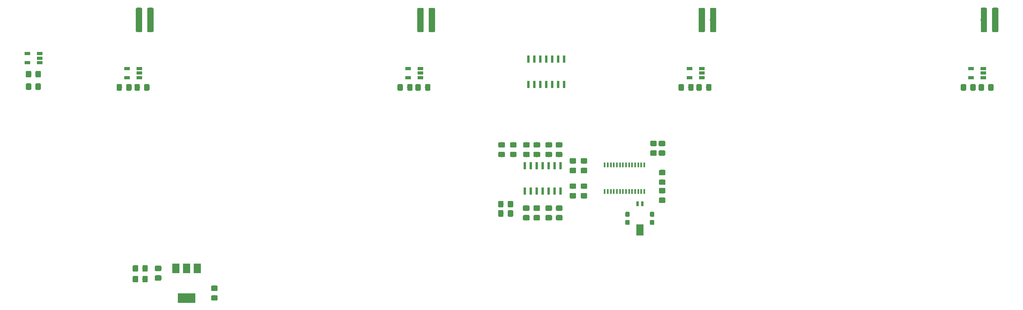
<source format=gtp>
G04 #@! TF.GenerationSoftware,KiCad,Pcbnew,(5.0.0)*
G04 #@! TF.CreationDate,2019-07-01T15:33:15-03:00*
G04 #@! TF.ProjectId,dc_load,64635F6C6F61642E6B696361645F7063,rev?*
G04 #@! TF.SameCoordinates,Original*
G04 #@! TF.FileFunction,Paste,Top*
G04 #@! TF.FilePolarity,Positive*
%FSLAX46Y46*%
G04 Gerber Fmt 4.6, Leading zero omitted, Abs format (unit mm)*
G04 Created by KiCad (PCBNEW (5.0.0)) date 07/01/19 15:33:15*
%MOMM*%
%LPD*%
G01*
G04 APERTURE LIST*
%ADD10C,0.100000*%
%ADD11C,1.325000*%
%ADD12R,0.600000X1.500000*%
%ADD13C,1.150000*%
%ADD14R,0.400000X1.100000*%
%ADD15R,1.220000X0.650000*%
%ADD16C,0.950000*%
%ADD17R,0.600000X1.100000*%
%ADD18R,1.500000X2.400000*%
%ADD19R,3.800000X2.000000*%
%ADD20R,1.500000X2.000000*%
G04 APERTURE END LIST*
D10*
G04 #@! TO.C,R16*
G36*
X73149505Y-45037204D02*
X73173773Y-45040804D01*
X73197572Y-45046765D01*
X73220671Y-45055030D01*
X73242850Y-45065520D01*
X73263893Y-45078132D01*
X73283599Y-45092747D01*
X73301777Y-45109223D01*
X73318253Y-45127401D01*
X73332868Y-45147107D01*
X73345480Y-45168150D01*
X73355970Y-45190329D01*
X73364235Y-45213428D01*
X73370196Y-45237227D01*
X73373796Y-45261495D01*
X73375000Y-45285999D01*
X73375000Y-49986001D01*
X73373796Y-50010505D01*
X73370196Y-50034773D01*
X73364235Y-50058572D01*
X73355970Y-50081671D01*
X73345480Y-50103850D01*
X73332868Y-50124893D01*
X73318253Y-50144599D01*
X73301777Y-50162777D01*
X73283599Y-50179253D01*
X73263893Y-50193868D01*
X73242850Y-50206480D01*
X73220671Y-50216970D01*
X73197572Y-50225235D01*
X73173773Y-50231196D01*
X73149505Y-50234796D01*
X73125001Y-50236000D01*
X72299999Y-50236000D01*
X72275495Y-50234796D01*
X72251227Y-50231196D01*
X72227428Y-50225235D01*
X72204329Y-50216970D01*
X72182150Y-50206480D01*
X72161107Y-50193868D01*
X72141401Y-50179253D01*
X72123223Y-50162777D01*
X72106747Y-50144599D01*
X72092132Y-50124893D01*
X72079520Y-50103850D01*
X72069030Y-50081671D01*
X72060765Y-50058572D01*
X72054804Y-50034773D01*
X72051204Y-50010505D01*
X72050000Y-49986001D01*
X72050000Y-45285999D01*
X72051204Y-45261495D01*
X72054804Y-45237227D01*
X72060765Y-45213428D01*
X72069030Y-45190329D01*
X72079520Y-45168150D01*
X72092132Y-45147107D01*
X72106747Y-45127401D01*
X72123223Y-45109223D01*
X72141401Y-45092747D01*
X72161107Y-45078132D01*
X72182150Y-45065520D01*
X72204329Y-45055030D01*
X72227428Y-45046765D01*
X72251227Y-45040804D01*
X72275495Y-45037204D01*
X72299999Y-45036000D01*
X73125001Y-45036000D01*
X73149505Y-45037204D01*
X73149505Y-45037204D01*
G37*
D11*
X72712500Y-47636000D03*
D10*
G36*
X70724505Y-45037204D02*
X70748773Y-45040804D01*
X70772572Y-45046765D01*
X70795671Y-45055030D01*
X70817850Y-45065520D01*
X70838893Y-45078132D01*
X70858599Y-45092747D01*
X70876777Y-45109223D01*
X70893253Y-45127401D01*
X70907868Y-45147107D01*
X70920480Y-45168150D01*
X70930970Y-45190329D01*
X70939235Y-45213428D01*
X70945196Y-45237227D01*
X70948796Y-45261495D01*
X70950000Y-45285999D01*
X70950000Y-49986001D01*
X70948796Y-50010505D01*
X70945196Y-50034773D01*
X70939235Y-50058572D01*
X70930970Y-50081671D01*
X70920480Y-50103850D01*
X70907868Y-50124893D01*
X70893253Y-50144599D01*
X70876777Y-50162777D01*
X70858599Y-50179253D01*
X70838893Y-50193868D01*
X70817850Y-50206480D01*
X70795671Y-50216970D01*
X70772572Y-50225235D01*
X70748773Y-50231196D01*
X70724505Y-50234796D01*
X70700001Y-50236000D01*
X69874999Y-50236000D01*
X69850495Y-50234796D01*
X69826227Y-50231196D01*
X69802428Y-50225235D01*
X69779329Y-50216970D01*
X69757150Y-50206480D01*
X69736107Y-50193868D01*
X69716401Y-50179253D01*
X69698223Y-50162777D01*
X69681747Y-50144599D01*
X69667132Y-50124893D01*
X69654520Y-50103850D01*
X69644030Y-50081671D01*
X69635765Y-50058572D01*
X69629804Y-50034773D01*
X69626204Y-50010505D01*
X69625000Y-49986001D01*
X69625000Y-45285999D01*
X69626204Y-45261495D01*
X69629804Y-45237227D01*
X69635765Y-45213428D01*
X69644030Y-45190329D01*
X69654520Y-45168150D01*
X69667132Y-45147107D01*
X69681747Y-45127401D01*
X69698223Y-45109223D01*
X69716401Y-45092747D01*
X69736107Y-45078132D01*
X69757150Y-45065520D01*
X69779329Y-45055030D01*
X69802428Y-45046765D01*
X69826227Y-45040804D01*
X69850495Y-45037204D01*
X69874999Y-45036000D01*
X70700001Y-45036000D01*
X70724505Y-45037204D01*
X70724505Y-45037204D01*
G37*
D11*
X70287500Y-47636000D03*
G04 #@! TD*
D10*
G04 #@! TO.C,R17*
G36*
X193162005Y-45041204D02*
X193186273Y-45044804D01*
X193210072Y-45050765D01*
X193233171Y-45059030D01*
X193255350Y-45069520D01*
X193276393Y-45082132D01*
X193296099Y-45096747D01*
X193314277Y-45113223D01*
X193330753Y-45131401D01*
X193345368Y-45151107D01*
X193357980Y-45172150D01*
X193368470Y-45194329D01*
X193376735Y-45217428D01*
X193382696Y-45241227D01*
X193386296Y-45265495D01*
X193387500Y-45289999D01*
X193387500Y-49990001D01*
X193386296Y-50014505D01*
X193382696Y-50038773D01*
X193376735Y-50062572D01*
X193368470Y-50085671D01*
X193357980Y-50107850D01*
X193345368Y-50128893D01*
X193330753Y-50148599D01*
X193314277Y-50166777D01*
X193296099Y-50183253D01*
X193276393Y-50197868D01*
X193255350Y-50210480D01*
X193233171Y-50220970D01*
X193210072Y-50229235D01*
X193186273Y-50235196D01*
X193162005Y-50238796D01*
X193137501Y-50240000D01*
X192312499Y-50240000D01*
X192287995Y-50238796D01*
X192263727Y-50235196D01*
X192239928Y-50229235D01*
X192216829Y-50220970D01*
X192194650Y-50210480D01*
X192173607Y-50197868D01*
X192153901Y-50183253D01*
X192135723Y-50166777D01*
X192119247Y-50148599D01*
X192104632Y-50128893D01*
X192092020Y-50107850D01*
X192081530Y-50085671D01*
X192073265Y-50062572D01*
X192067304Y-50038773D01*
X192063704Y-50014505D01*
X192062500Y-49990001D01*
X192062500Y-45289999D01*
X192063704Y-45265495D01*
X192067304Y-45241227D01*
X192073265Y-45217428D01*
X192081530Y-45194329D01*
X192092020Y-45172150D01*
X192104632Y-45151107D01*
X192119247Y-45131401D01*
X192135723Y-45113223D01*
X192153901Y-45096747D01*
X192173607Y-45082132D01*
X192194650Y-45069520D01*
X192216829Y-45059030D01*
X192239928Y-45050765D01*
X192263727Y-45044804D01*
X192287995Y-45041204D01*
X192312499Y-45040000D01*
X193137501Y-45040000D01*
X193162005Y-45041204D01*
X193162005Y-45041204D01*
G37*
D11*
X192725000Y-47640000D03*
D10*
G36*
X190737005Y-45041204D02*
X190761273Y-45044804D01*
X190785072Y-45050765D01*
X190808171Y-45059030D01*
X190830350Y-45069520D01*
X190851393Y-45082132D01*
X190871099Y-45096747D01*
X190889277Y-45113223D01*
X190905753Y-45131401D01*
X190920368Y-45151107D01*
X190932980Y-45172150D01*
X190943470Y-45194329D01*
X190951735Y-45217428D01*
X190957696Y-45241227D01*
X190961296Y-45265495D01*
X190962500Y-45289999D01*
X190962500Y-49990001D01*
X190961296Y-50014505D01*
X190957696Y-50038773D01*
X190951735Y-50062572D01*
X190943470Y-50085671D01*
X190932980Y-50107850D01*
X190920368Y-50128893D01*
X190905753Y-50148599D01*
X190889277Y-50166777D01*
X190871099Y-50183253D01*
X190851393Y-50197868D01*
X190830350Y-50210480D01*
X190808171Y-50220970D01*
X190785072Y-50229235D01*
X190761273Y-50235196D01*
X190737005Y-50238796D01*
X190712501Y-50240000D01*
X189887499Y-50240000D01*
X189862995Y-50238796D01*
X189838727Y-50235196D01*
X189814928Y-50229235D01*
X189791829Y-50220970D01*
X189769650Y-50210480D01*
X189748607Y-50197868D01*
X189728901Y-50183253D01*
X189710723Y-50166777D01*
X189694247Y-50148599D01*
X189679632Y-50128893D01*
X189667020Y-50107850D01*
X189656530Y-50085671D01*
X189648265Y-50062572D01*
X189642304Y-50038773D01*
X189638704Y-50014505D01*
X189637500Y-49990001D01*
X189637500Y-45289999D01*
X189638704Y-45265495D01*
X189642304Y-45241227D01*
X189648265Y-45217428D01*
X189656530Y-45194329D01*
X189667020Y-45172150D01*
X189679632Y-45151107D01*
X189694247Y-45131401D01*
X189710723Y-45113223D01*
X189728901Y-45096747D01*
X189748607Y-45082132D01*
X189769650Y-45069520D01*
X189791829Y-45059030D01*
X189814928Y-45050765D01*
X189838727Y-45044804D01*
X189862995Y-45041204D01*
X189887499Y-45040000D01*
X190712501Y-45040000D01*
X190737005Y-45041204D01*
X190737005Y-45041204D01*
G37*
D11*
X190300000Y-47640000D03*
G04 #@! TD*
D12*
G04 #@! TO.C,U4*
X152586000Y-78762000D03*
X153856000Y-78762000D03*
X155126000Y-78762000D03*
X156396000Y-78762000D03*
X157666000Y-78762000D03*
X158936000Y-78762000D03*
X160206000Y-78762000D03*
X160206000Y-84162000D03*
X158936000Y-84162000D03*
X157666000Y-84162000D03*
X156396000Y-84162000D03*
X155126000Y-84162000D03*
X153856000Y-84162000D03*
X152586000Y-84162000D03*
G04 #@! TD*
D10*
G04 #@! TO.C,R25*
G36*
X128390505Y-61343204D02*
X128414773Y-61346804D01*
X128438572Y-61352765D01*
X128461671Y-61361030D01*
X128483850Y-61371520D01*
X128504893Y-61384132D01*
X128524599Y-61398747D01*
X128542777Y-61415223D01*
X128559253Y-61433401D01*
X128573868Y-61453107D01*
X128586480Y-61474150D01*
X128596970Y-61496329D01*
X128605235Y-61519428D01*
X128611196Y-61543227D01*
X128614796Y-61567495D01*
X128616000Y-61591999D01*
X128616000Y-62492001D01*
X128614796Y-62516505D01*
X128611196Y-62540773D01*
X128605235Y-62564572D01*
X128596970Y-62587671D01*
X128586480Y-62609850D01*
X128573868Y-62630893D01*
X128559253Y-62650599D01*
X128542777Y-62668777D01*
X128524599Y-62685253D01*
X128504893Y-62699868D01*
X128483850Y-62712480D01*
X128461671Y-62722970D01*
X128438572Y-62731235D01*
X128414773Y-62737196D01*
X128390505Y-62740796D01*
X128366001Y-62742000D01*
X127715999Y-62742000D01*
X127691495Y-62740796D01*
X127667227Y-62737196D01*
X127643428Y-62731235D01*
X127620329Y-62722970D01*
X127598150Y-62712480D01*
X127577107Y-62699868D01*
X127557401Y-62685253D01*
X127539223Y-62668777D01*
X127522747Y-62650599D01*
X127508132Y-62630893D01*
X127495520Y-62609850D01*
X127485030Y-62587671D01*
X127476765Y-62564572D01*
X127470804Y-62540773D01*
X127467204Y-62516505D01*
X127466000Y-62492001D01*
X127466000Y-61591999D01*
X127467204Y-61567495D01*
X127470804Y-61543227D01*
X127476765Y-61519428D01*
X127485030Y-61496329D01*
X127495520Y-61474150D01*
X127508132Y-61453107D01*
X127522747Y-61433401D01*
X127539223Y-61415223D01*
X127557401Y-61398747D01*
X127577107Y-61384132D01*
X127598150Y-61371520D01*
X127620329Y-61361030D01*
X127643428Y-61352765D01*
X127667227Y-61346804D01*
X127691495Y-61343204D01*
X127715999Y-61342000D01*
X128366001Y-61342000D01*
X128390505Y-61343204D01*
X128390505Y-61343204D01*
G37*
D13*
X128041000Y-62042000D03*
D10*
G36*
X126340505Y-61343204D02*
X126364773Y-61346804D01*
X126388572Y-61352765D01*
X126411671Y-61361030D01*
X126433850Y-61371520D01*
X126454893Y-61384132D01*
X126474599Y-61398747D01*
X126492777Y-61415223D01*
X126509253Y-61433401D01*
X126523868Y-61453107D01*
X126536480Y-61474150D01*
X126546970Y-61496329D01*
X126555235Y-61519428D01*
X126561196Y-61543227D01*
X126564796Y-61567495D01*
X126566000Y-61591999D01*
X126566000Y-62492001D01*
X126564796Y-62516505D01*
X126561196Y-62540773D01*
X126555235Y-62564572D01*
X126546970Y-62587671D01*
X126536480Y-62609850D01*
X126523868Y-62630893D01*
X126509253Y-62650599D01*
X126492777Y-62668777D01*
X126474599Y-62685253D01*
X126454893Y-62699868D01*
X126433850Y-62712480D01*
X126411671Y-62722970D01*
X126388572Y-62731235D01*
X126364773Y-62737196D01*
X126340505Y-62740796D01*
X126316001Y-62742000D01*
X125665999Y-62742000D01*
X125641495Y-62740796D01*
X125617227Y-62737196D01*
X125593428Y-62731235D01*
X125570329Y-62722970D01*
X125548150Y-62712480D01*
X125527107Y-62699868D01*
X125507401Y-62685253D01*
X125489223Y-62668777D01*
X125472747Y-62650599D01*
X125458132Y-62630893D01*
X125445520Y-62609850D01*
X125435030Y-62587671D01*
X125426765Y-62564572D01*
X125420804Y-62540773D01*
X125417204Y-62516505D01*
X125416000Y-62492001D01*
X125416000Y-61591999D01*
X125417204Y-61567495D01*
X125420804Y-61543227D01*
X125426765Y-61519428D01*
X125435030Y-61496329D01*
X125445520Y-61474150D01*
X125458132Y-61453107D01*
X125472747Y-61433401D01*
X125489223Y-61415223D01*
X125507401Y-61398747D01*
X125527107Y-61384132D01*
X125548150Y-61371520D01*
X125570329Y-61361030D01*
X125593428Y-61352765D01*
X125617227Y-61346804D01*
X125641495Y-61343204D01*
X125665999Y-61342000D01*
X126316001Y-61342000D01*
X126340505Y-61343204D01*
X126340505Y-61343204D01*
G37*
D13*
X125991000Y-62042000D03*
G04 #@! TD*
D10*
G04 #@! TO.C,R24*
G36*
X68480505Y-61343204D02*
X68504773Y-61346804D01*
X68528572Y-61352765D01*
X68551671Y-61361030D01*
X68573850Y-61371520D01*
X68594893Y-61384132D01*
X68614599Y-61398747D01*
X68632777Y-61415223D01*
X68649253Y-61433401D01*
X68663868Y-61453107D01*
X68676480Y-61474150D01*
X68686970Y-61496329D01*
X68695235Y-61519428D01*
X68701196Y-61543227D01*
X68704796Y-61567495D01*
X68706000Y-61591999D01*
X68706000Y-62492001D01*
X68704796Y-62516505D01*
X68701196Y-62540773D01*
X68695235Y-62564572D01*
X68686970Y-62587671D01*
X68676480Y-62609850D01*
X68663868Y-62630893D01*
X68649253Y-62650599D01*
X68632777Y-62668777D01*
X68614599Y-62685253D01*
X68594893Y-62699868D01*
X68573850Y-62712480D01*
X68551671Y-62722970D01*
X68528572Y-62731235D01*
X68504773Y-62737196D01*
X68480505Y-62740796D01*
X68456001Y-62742000D01*
X67805999Y-62742000D01*
X67781495Y-62740796D01*
X67757227Y-62737196D01*
X67733428Y-62731235D01*
X67710329Y-62722970D01*
X67688150Y-62712480D01*
X67667107Y-62699868D01*
X67647401Y-62685253D01*
X67629223Y-62668777D01*
X67612747Y-62650599D01*
X67598132Y-62630893D01*
X67585520Y-62609850D01*
X67575030Y-62587671D01*
X67566765Y-62564572D01*
X67560804Y-62540773D01*
X67557204Y-62516505D01*
X67556000Y-62492001D01*
X67556000Y-61591999D01*
X67557204Y-61567495D01*
X67560804Y-61543227D01*
X67566765Y-61519428D01*
X67575030Y-61496329D01*
X67585520Y-61474150D01*
X67598132Y-61453107D01*
X67612747Y-61433401D01*
X67629223Y-61415223D01*
X67647401Y-61398747D01*
X67667107Y-61384132D01*
X67688150Y-61371520D01*
X67710329Y-61361030D01*
X67733428Y-61352765D01*
X67757227Y-61346804D01*
X67781495Y-61343204D01*
X67805999Y-61342000D01*
X68456001Y-61342000D01*
X68480505Y-61343204D01*
X68480505Y-61343204D01*
G37*
D13*
X68131000Y-62042000D03*
D10*
G36*
X66430505Y-61343204D02*
X66454773Y-61346804D01*
X66478572Y-61352765D01*
X66501671Y-61361030D01*
X66523850Y-61371520D01*
X66544893Y-61384132D01*
X66564599Y-61398747D01*
X66582777Y-61415223D01*
X66599253Y-61433401D01*
X66613868Y-61453107D01*
X66626480Y-61474150D01*
X66636970Y-61496329D01*
X66645235Y-61519428D01*
X66651196Y-61543227D01*
X66654796Y-61567495D01*
X66656000Y-61591999D01*
X66656000Y-62492001D01*
X66654796Y-62516505D01*
X66651196Y-62540773D01*
X66645235Y-62564572D01*
X66636970Y-62587671D01*
X66626480Y-62609850D01*
X66613868Y-62630893D01*
X66599253Y-62650599D01*
X66582777Y-62668777D01*
X66564599Y-62685253D01*
X66544893Y-62699868D01*
X66523850Y-62712480D01*
X66501671Y-62722970D01*
X66478572Y-62731235D01*
X66454773Y-62737196D01*
X66430505Y-62740796D01*
X66406001Y-62742000D01*
X65755999Y-62742000D01*
X65731495Y-62740796D01*
X65707227Y-62737196D01*
X65683428Y-62731235D01*
X65660329Y-62722970D01*
X65638150Y-62712480D01*
X65617107Y-62699868D01*
X65597401Y-62685253D01*
X65579223Y-62668777D01*
X65562747Y-62650599D01*
X65548132Y-62630893D01*
X65535520Y-62609850D01*
X65525030Y-62587671D01*
X65516765Y-62564572D01*
X65510804Y-62540773D01*
X65507204Y-62516505D01*
X65506000Y-62492001D01*
X65506000Y-61591999D01*
X65507204Y-61567495D01*
X65510804Y-61543227D01*
X65516765Y-61519428D01*
X65525030Y-61496329D01*
X65535520Y-61474150D01*
X65548132Y-61453107D01*
X65562747Y-61433401D01*
X65579223Y-61415223D01*
X65597401Y-61398747D01*
X65617107Y-61384132D01*
X65638150Y-61371520D01*
X65660329Y-61361030D01*
X65683428Y-61352765D01*
X65707227Y-61346804D01*
X65731495Y-61343204D01*
X65755999Y-61342000D01*
X66406001Y-61342000D01*
X66430505Y-61343204D01*
X66430505Y-61343204D01*
G37*
D13*
X66081000Y-62042000D03*
G04 #@! TD*
D10*
G04 #@! TO.C,R23*
G36*
X132200505Y-61343204D02*
X132224773Y-61346804D01*
X132248572Y-61352765D01*
X132271671Y-61361030D01*
X132293850Y-61371520D01*
X132314893Y-61384132D01*
X132334599Y-61398747D01*
X132352777Y-61415223D01*
X132369253Y-61433401D01*
X132383868Y-61453107D01*
X132396480Y-61474150D01*
X132406970Y-61496329D01*
X132415235Y-61519428D01*
X132421196Y-61543227D01*
X132424796Y-61567495D01*
X132426000Y-61591999D01*
X132426000Y-62492001D01*
X132424796Y-62516505D01*
X132421196Y-62540773D01*
X132415235Y-62564572D01*
X132406970Y-62587671D01*
X132396480Y-62609850D01*
X132383868Y-62630893D01*
X132369253Y-62650599D01*
X132352777Y-62668777D01*
X132334599Y-62685253D01*
X132314893Y-62699868D01*
X132293850Y-62712480D01*
X132271671Y-62722970D01*
X132248572Y-62731235D01*
X132224773Y-62737196D01*
X132200505Y-62740796D01*
X132176001Y-62742000D01*
X131525999Y-62742000D01*
X131501495Y-62740796D01*
X131477227Y-62737196D01*
X131453428Y-62731235D01*
X131430329Y-62722970D01*
X131408150Y-62712480D01*
X131387107Y-62699868D01*
X131367401Y-62685253D01*
X131349223Y-62668777D01*
X131332747Y-62650599D01*
X131318132Y-62630893D01*
X131305520Y-62609850D01*
X131295030Y-62587671D01*
X131286765Y-62564572D01*
X131280804Y-62540773D01*
X131277204Y-62516505D01*
X131276000Y-62492001D01*
X131276000Y-61591999D01*
X131277204Y-61567495D01*
X131280804Y-61543227D01*
X131286765Y-61519428D01*
X131295030Y-61496329D01*
X131305520Y-61474150D01*
X131318132Y-61453107D01*
X131332747Y-61433401D01*
X131349223Y-61415223D01*
X131367401Y-61398747D01*
X131387107Y-61384132D01*
X131408150Y-61371520D01*
X131430329Y-61361030D01*
X131453428Y-61352765D01*
X131477227Y-61346804D01*
X131501495Y-61343204D01*
X131525999Y-61342000D01*
X132176001Y-61342000D01*
X132200505Y-61343204D01*
X132200505Y-61343204D01*
G37*
D13*
X131851000Y-62042000D03*
D10*
G36*
X130150505Y-61343204D02*
X130174773Y-61346804D01*
X130198572Y-61352765D01*
X130221671Y-61361030D01*
X130243850Y-61371520D01*
X130264893Y-61384132D01*
X130284599Y-61398747D01*
X130302777Y-61415223D01*
X130319253Y-61433401D01*
X130333868Y-61453107D01*
X130346480Y-61474150D01*
X130356970Y-61496329D01*
X130365235Y-61519428D01*
X130371196Y-61543227D01*
X130374796Y-61567495D01*
X130376000Y-61591999D01*
X130376000Y-62492001D01*
X130374796Y-62516505D01*
X130371196Y-62540773D01*
X130365235Y-62564572D01*
X130356970Y-62587671D01*
X130346480Y-62609850D01*
X130333868Y-62630893D01*
X130319253Y-62650599D01*
X130302777Y-62668777D01*
X130284599Y-62685253D01*
X130264893Y-62699868D01*
X130243850Y-62712480D01*
X130221671Y-62722970D01*
X130198572Y-62731235D01*
X130174773Y-62737196D01*
X130150505Y-62740796D01*
X130126001Y-62742000D01*
X129475999Y-62742000D01*
X129451495Y-62740796D01*
X129427227Y-62737196D01*
X129403428Y-62731235D01*
X129380329Y-62722970D01*
X129358150Y-62712480D01*
X129337107Y-62699868D01*
X129317401Y-62685253D01*
X129299223Y-62668777D01*
X129282747Y-62650599D01*
X129268132Y-62630893D01*
X129255520Y-62609850D01*
X129245030Y-62587671D01*
X129236765Y-62564572D01*
X129230804Y-62540773D01*
X129227204Y-62516505D01*
X129226000Y-62492001D01*
X129226000Y-61591999D01*
X129227204Y-61567495D01*
X129230804Y-61543227D01*
X129236765Y-61519428D01*
X129245030Y-61496329D01*
X129255520Y-61474150D01*
X129268132Y-61453107D01*
X129282747Y-61433401D01*
X129299223Y-61415223D01*
X129317401Y-61398747D01*
X129337107Y-61384132D01*
X129358150Y-61371520D01*
X129380329Y-61361030D01*
X129403428Y-61352765D01*
X129427227Y-61346804D01*
X129451495Y-61343204D01*
X129475999Y-61342000D01*
X130126001Y-61342000D01*
X130150505Y-61343204D01*
X130150505Y-61343204D01*
G37*
D13*
X129801000Y-62042000D03*
G04 #@! TD*
D10*
G04 #@! TO.C,R22*
G36*
X72290505Y-61343204D02*
X72314773Y-61346804D01*
X72338572Y-61352765D01*
X72361671Y-61361030D01*
X72383850Y-61371520D01*
X72404893Y-61384132D01*
X72424599Y-61398747D01*
X72442777Y-61415223D01*
X72459253Y-61433401D01*
X72473868Y-61453107D01*
X72486480Y-61474150D01*
X72496970Y-61496329D01*
X72505235Y-61519428D01*
X72511196Y-61543227D01*
X72514796Y-61567495D01*
X72516000Y-61591999D01*
X72516000Y-62492001D01*
X72514796Y-62516505D01*
X72511196Y-62540773D01*
X72505235Y-62564572D01*
X72496970Y-62587671D01*
X72486480Y-62609850D01*
X72473868Y-62630893D01*
X72459253Y-62650599D01*
X72442777Y-62668777D01*
X72424599Y-62685253D01*
X72404893Y-62699868D01*
X72383850Y-62712480D01*
X72361671Y-62722970D01*
X72338572Y-62731235D01*
X72314773Y-62737196D01*
X72290505Y-62740796D01*
X72266001Y-62742000D01*
X71615999Y-62742000D01*
X71591495Y-62740796D01*
X71567227Y-62737196D01*
X71543428Y-62731235D01*
X71520329Y-62722970D01*
X71498150Y-62712480D01*
X71477107Y-62699868D01*
X71457401Y-62685253D01*
X71439223Y-62668777D01*
X71422747Y-62650599D01*
X71408132Y-62630893D01*
X71395520Y-62609850D01*
X71385030Y-62587671D01*
X71376765Y-62564572D01*
X71370804Y-62540773D01*
X71367204Y-62516505D01*
X71366000Y-62492001D01*
X71366000Y-61591999D01*
X71367204Y-61567495D01*
X71370804Y-61543227D01*
X71376765Y-61519428D01*
X71385030Y-61496329D01*
X71395520Y-61474150D01*
X71408132Y-61453107D01*
X71422747Y-61433401D01*
X71439223Y-61415223D01*
X71457401Y-61398747D01*
X71477107Y-61384132D01*
X71498150Y-61371520D01*
X71520329Y-61361030D01*
X71543428Y-61352765D01*
X71567227Y-61346804D01*
X71591495Y-61343204D01*
X71615999Y-61342000D01*
X72266001Y-61342000D01*
X72290505Y-61343204D01*
X72290505Y-61343204D01*
G37*
D13*
X71941000Y-62042000D03*
D10*
G36*
X70240505Y-61343204D02*
X70264773Y-61346804D01*
X70288572Y-61352765D01*
X70311671Y-61361030D01*
X70333850Y-61371520D01*
X70354893Y-61384132D01*
X70374599Y-61398747D01*
X70392777Y-61415223D01*
X70409253Y-61433401D01*
X70423868Y-61453107D01*
X70436480Y-61474150D01*
X70446970Y-61496329D01*
X70455235Y-61519428D01*
X70461196Y-61543227D01*
X70464796Y-61567495D01*
X70466000Y-61591999D01*
X70466000Y-62492001D01*
X70464796Y-62516505D01*
X70461196Y-62540773D01*
X70455235Y-62564572D01*
X70446970Y-62587671D01*
X70436480Y-62609850D01*
X70423868Y-62630893D01*
X70409253Y-62650599D01*
X70392777Y-62668777D01*
X70374599Y-62685253D01*
X70354893Y-62699868D01*
X70333850Y-62712480D01*
X70311671Y-62722970D01*
X70288572Y-62731235D01*
X70264773Y-62737196D01*
X70240505Y-62740796D01*
X70216001Y-62742000D01*
X69565999Y-62742000D01*
X69541495Y-62740796D01*
X69517227Y-62737196D01*
X69493428Y-62731235D01*
X69470329Y-62722970D01*
X69448150Y-62712480D01*
X69427107Y-62699868D01*
X69407401Y-62685253D01*
X69389223Y-62668777D01*
X69372747Y-62650599D01*
X69358132Y-62630893D01*
X69345520Y-62609850D01*
X69335030Y-62587671D01*
X69326765Y-62564572D01*
X69320804Y-62540773D01*
X69317204Y-62516505D01*
X69316000Y-62492001D01*
X69316000Y-61591999D01*
X69317204Y-61567495D01*
X69320804Y-61543227D01*
X69326765Y-61519428D01*
X69335030Y-61496329D01*
X69345520Y-61474150D01*
X69358132Y-61453107D01*
X69372747Y-61433401D01*
X69389223Y-61415223D01*
X69407401Y-61398747D01*
X69427107Y-61384132D01*
X69448150Y-61371520D01*
X69470329Y-61361030D01*
X69493428Y-61352765D01*
X69517227Y-61346804D01*
X69541495Y-61343204D01*
X69565999Y-61342000D01*
X70216001Y-61342000D01*
X70240505Y-61343204D01*
X70240505Y-61343204D01*
G37*
D13*
X69891000Y-62042000D03*
G04 #@! TD*
D10*
G04 #@! TO.C,R21*
G36*
X188338505Y-61343204D02*
X188362773Y-61346804D01*
X188386572Y-61352765D01*
X188409671Y-61361030D01*
X188431850Y-61371520D01*
X188452893Y-61384132D01*
X188472599Y-61398747D01*
X188490777Y-61415223D01*
X188507253Y-61433401D01*
X188521868Y-61453107D01*
X188534480Y-61474150D01*
X188544970Y-61496329D01*
X188553235Y-61519428D01*
X188559196Y-61543227D01*
X188562796Y-61567495D01*
X188564000Y-61591999D01*
X188564000Y-62492001D01*
X188562796Y-62516505D01*
X188559196Y-62540773D01*
X188553235Y-62564572D01*
X188544970Y-62587671D01*
X188534480Y-62609850D01*
X188521868Y-62630893D01*
X188507253Y-62650599D01*
X188490777Y-62668777D01*
X188472599Y-62685253D01*
X188452893Y-62699868D01*
X188431850Y-62712480D01*
X188409671Y-62722970D01*
X188386572Y-62731235D01*
X188362773Y-62737196D01*
X188338505Y-62740796D01*
X188314001Y-62742000D01*
X187663999Y-62742000D01*
X187639495Y-62740796D01*
X187615227Y-62737196D01*
X187591428Y-62731235D01*
X187568329Y-62722970D01*
X187546150Y-62712480D01*
X187525107Y-62699868D01*
X187505401Y-62685253D01*
X187487223Y-62668777D01*
X187470747Y-62650599D01*
X187456132Y-62630893D01*
X187443520Y-62609850D01*
X187433030Y-62587671D01*
X187424765Y-62564572D01*
X187418804Y-62540773D01*
X187415204Y-62516505D01*
X187414000Y-62492001D01*
X187414000Y-61591999D01*
X187415204Y-61567495D01*
X187418804Y-61543227D01*
X187424765Y-61519428D01*
X187433030Y-61496329D01*
X187443520Y-61474150D01*
X187456132Y-61453107D01*
X187470747Y-61433401D01*
X187487223Y-61415223D01*
X187505401Y-61398747D01*
X187525107Y-61384132D01*
X187546150Y-61371520D01*
X187568329Y-61361030D01*
X187591428Y-61352765D01*
X187615227Y-61346804D01*
X187639495Y-61343204D01*
X187663999Y-61342000D01*
X188314001Y-61342000D01*
X188338505Y-61343204D01*
X188338505Y-61343204D01*
G37*
D13*
X187989000Y-62042000D03*
D10*
G36*
X186288505Y-61343204D02*
X186312773Y-61346804D01*
X186336572Y-61352765D01*
X186359671Y-61361030D01*
X186381850Y-61371520D01*
X186402893Y-61384132D01*
X186422599Y-61398747D01*
X186440777Y-61415223D01*
X186457253Y-61433401D01*
X186471868Y-61453107D01*
X186484480Y-61474150D01*
X186494970Y-61496329D01*
X186503235Y-61519428D01*
X186509196Y-61543227D01*
X186512796Y-61567495D01*
X186514000Y-61591999D01*
X186514000Y-62492001D01*
X186512796Y-62516505D01*
X186509196Y-62540773D01*
X186503235Y-62564572D01*
X186494970Y-62587671D01*
X186484480Y-62609850D01*
X186471868Y-62630893D01*
X186457253Y-62650599D01*
X186440777Y-62668777D01*
X186422599Y-62685253D01*
X186402893Y-62699868D01*
X186381850Y-62712480D01*
X186359671Y-62722970D01*
X186336572Y-62731235D01*
X186312773Y-62737196D01*
X186288505Y-62740796D01*
X186264001Y-62742000D01*
X185613999Y-62742000D01*
X185589495Y-62740796D01*
X185565227Y-62737196D01*
X185541428Y-62731235D01*
X185518329Y-62722970D01*
X185496150Y-62712480D01*
X185475107Y-62699868D01*
X185455401Y-62685253D01*
X185437223Y-62668777D01*
X185420747Y-62650599D01*
X185406132Y-62630893D01*
X185393520Y-62609850D01*
X185383030Y-62587671D01*
X185374765Y-62564572D01*
X185368804Y-62540773D01*
X185365204Y-62516505D01*
X185364000Y-62492001D01*
X185364000Y-61591999D01*
X185365204Y-61567495D01*
X185368804Y-61543227D01*
X185374765Y-61519428D01*
X185383030Y-61496329D01*
X185393520Y-61474150D01*
X185406132Y-61453107D01*
X185420747Y-61433401D01*
X185437223Y-61415223D01*
X185455401Y-61398747D01*
X185475107Y-61384132D01*
X185496150Y-61371520D01*
X185518329Y-61361030D01*
X185541428Y-61352765D01*
X185565227Y-61346804D01*
X185589495Y-61343204D01*
X185613999Y-61342000D01*
X186264001Y-61342000D01*
X186288505Y-61343204D01*
X186288505Y-61343204D01*
G37*
D13*
X185939000Y-62042000D03*
G04 #@! TD*
D10*
G04 #@! TO.C,R20*
G36*
X248518505Y-61343204D02*
X248542773Y-61346804D01*
X248566572Y-61352765D01*
X248589671Y-61361030D01*
X248611850Y-61371520D01*
X248632893Y-61384132D01*
X248652599Y-61398747D01*
X248670777Y-61415223D01*
X248687253Y-61433401D01*
X248701868Y-61453107D01*
X248714480Y-61474150D01*
X248724970Y-61496329D01*
X248733235Y-61519428D01*
X248739196Y-61543227D01*
X248742796Y-61567495D01*
X248744000Y-61591999D01*
X248744000Y-62492001D01*
X248742796Y-62516505D01*
X248739196Y-62540773D01*
X248733235Y-62564572D01*
X248724970Y-62587671D01*
X248714480Y-62609850D01*
X248701868Y-62630893D01*
X248687253Y-62650599D01*
X248670777Y-62668777D01*
X248652599Y-62685253D01*
X248632893Y-62699868D01*
X248611850Y-62712480D01*
X248589671Y-62722970D01*
X248566572Y-62731235D01*
X248542773Y-62737196D01*
X248518505Y-62740796D01*
X248494001Y-62742000D01*
X247843999Y-62742000D01*
X247819495Y-62740796D01*
X247795227Y-62737196D01*
X247771428Y-62731235D01*
X247748329Y-62722970D01*
X247726150Y-62712480D01*
X247705107Y-62699868D01*
X247685401Y-62685253D01*
X247667223Y-62668777D01*
X247650747Y-62650599D01*
X247636132Y-62630893D01*
X247623520Y-62609850D01*
X247613030Y-62587671D01*
X247604765Y-62564572D01*
X247598804Y-62540773D01*
X247595204Y-62516505D01*
X247594000Y-62492001D01*
X247594000Y-61591999D01*
X247595204Y-61567495D01*
X247598804Y-61543227D01*
X247604765Y-61519428D01*
X247613030Y-61496329D01*
X247623520Y-61474150D01*
X247636132Y-61453107D01*
X247650747Y-61433401D01*
X247667223Y-61415223D01*
X247685401Y-61398747D01*
X247705107Y-61384132D01*
X247726150Y-61371520D01*
X247748329Y-61361030D01*
X247771428Y-61352765D01*
X247795227Y-61346804D01*
X247819495Y-61343204D01*
X247843999Y-61342000D01*
X248494001Y-61342000D01*
X248518505Y-61343204D01*
X248518505Y-61343204D01*
G37*
D13*
X248169000Y-62042000D03*
D10*
G36*
X246468505Y-61343204D02*
X246492773Y-61346804D01*
X246516572Y-61352765D01*
X246539671Y-61361030D01*
X246561850Y-61371520D01*
X246582893Y-61384132D01*
X246602599Y-61398747D01*
X246620777Y-61415223D01*
X246637253Y-61433401D01*
X246651868Y-61453107D01*
X246664480Y-61474150D01*
X246674970Y-61496329D01*
X246683235Y-61519428D01*
X246689196Y-61543227D01*
X246692796Y-61567495D01*
X246694000Y-61591999D01*
X246694000Y-62492001D01*
X246692796Y-62516505D01*
X246689196Y-62540773D01*
X246683235Y-62564572D01*
X246674970Y-62587671D01*
X246664480Y-62609850D01*
X246651868Y-62630893D01*
X246637253Y-62650599D01*
X246620777Y-62668777D01*
X246602599Y-62685253D01*
X246582893Y-62699868D01*
X246561850Y-62712480D01*
X246539671Y-62722970D01*
X246516572Y-62731235D01*
X246492773Y-62737196D01*
X246468505Y-62740796D01*
X246444001Y-62742000D01*
X245793999Y-62742000D01*
X245769495Y-62740796D01*
X245745227Y-62737196D01*
X245721428Y-62731235D01*
X245698329Y-62722970D01*
X245676150Y-62712480D01*
X245655107Y-62699868D01*
X245635401Y-62685253D01*
X245617223Y-62668777D01*
X245600747Y-62650599D01*
X245586132Y-62630893D01*
X245573520Y-62609850D01*
X245563030Y-62587671D01*
X245554765Y-62564572D01*
X245548804Y-62540773D01*
X245545204Y-62516505D01*
X245544000Y-62492001D01*
X245544000Y-61591999D01*
X245545204Y-61567495D01*
X245548804Y-61543227D01*
X245554765Y-61519428D01*
X245563030Y-61496329D01*
X245573520Y-61474150D01*
X245586132Y-61453107D01*
X245600747Y-61433401D01*
X245617223Y-61415223D01*
X245635401Y-61398747D01*
X245655107Y-61384132D01*
X245676150Y-61371520D01*
X245698329Y-61361030D01*
X245721428Y-61352765D01*
X245745227Y-61346804D01*
X245769495Y-61343204D01*
X245793999Y-61342000D01*
X246444001Y-61342000D01*
X246468505Y-61343204D01*
X246468505Y-61343204D01*
G37*
D13*
X246119000Y-62042000D03*
G04 #@! TD*
D10*
G04 #@! TO.C,R19*
G36*
X192148505Y-61343204D02*
X192172773Y-61346804D01*
X192196572Y-61352765D01*
X192219671Y-61361030D01*
X192241850Y-61371520D01*
X192262893Y-61384132D01*
X192282599Y-61398747D01*
X192300777Y-61415223D01*
X192317253Y-61433401D01*
X192331868Y-61453107D01*
X192344480Y-61474150D01*
X192354970Y-61496329D01*
X192363235Y-61519428D01*
X192369196Y-61543227D01*
X192372796Y-61567495D01*
X192374000Y-61591999D01*
X192374000Y-62492001D01*
X192372796Y-62516505D01*
X192369196Y-62540773D01*
X192363235Y-62564572D01*
X192354970Y-62587671D01*
X192344480Y-62609850D01*
X192331868Y-62630893D01*
X192317253Y-62650599D01*
X192300777Y-62668777D01*
X192282599Y-62685253D01*
X192262893Y-62699868D01*
X192241850Y-62712480D01*
X192219671Y-62722970D01*
X192196572Y-62731235D01*
X192172773Y-62737196D01*
X192148505Y-62740796D01*
X192124001Y-62742000D01*
X191473999Y-62742000D01*
X191449495Y-62740796D01*
X191425227Y-62737196D01*
X191401428Y-62731235D01*
X191378329Y-62722970D01*
X191356150Y-62712480D01*
X191335107Y-62699868D01*
X191315401Y-62685253D01*
X191297223Y-62668777D01*
X191280747Y-62650599D01*
X191266132Y-62630893D01*
X191253520Y-62609850D01*
X191243030Y-62587671D01*
X191234765Y-62564572D01*
X191228804Y-62540773D01*
X191225204Y-62516505D01*
X191224000Y-62492001D01*
X191224000Y-61591999D01*
X191225204Y-61567495D01*
X191228804Y-61543227D01*
X191234765Y-61519428D01*
X191243030Y-61496329D01*
X191253520Y-61474150D01*
X191266132Y-61453107D01*
X191280747Y-61433401D01*
X191297223Y-61415223D01*
X191315401Y-61398747D01*
X191335107Y-61384132D01*
X191356150Y-61371520D01*
X191378329Y-61361030D01*
X191401428Y-61352765D01*
X191425227Y-61346804D01*
X191449495Y-61343204D01*
X191473999Y-61342000D01*
X192124001Y-61342000D01*
X192148505Y-61343204D01*
X192148505Y-61343204D01*
G37*
D13*
X191799000Y-62042000D03*
D10*
G36*
X190098505Y-61343204D02*
X190122773Y-61346804D01*
X190146572Y-61352765D01*
X190169671Y-61361030D01*
X190191850Y-61371520D01*
X190212893Y-61384132D01*
X190232599Y-61398747D01*
X190250777Y-61415223D01*
X190267253Y-61433401D01*
X190281868Y-61453107D01*
X190294480Y-61474150D01*
X190304970Y-61496329D01*
X190313235Y-61519428D01*
X190319196Y-61543227D01*
X190322796Y-61567495D01*
X190324000Y-61591999D01*
X190324000Y-62492001D01*
X190322796Y-62516505D01*
X190319196Y-62540773D01*
X190313235Y-62564572D01*
X190304970Y-62587671D01*
X190294480Y-62609850D01*
X190281868Y-62630893D01*
X190267253Y-62650599D01*
X190250777Y-62668777D01*
X190232599Y-62685253D01*
X190212893Y-62699868D01*
X190191850Y-62712480D01*
X190169671Y-62722970D01*
X190146572Y-62731235D01*
X190122773Y-62737196D01*
X190098505Y-62740796D01*
X190074001Y-62742000D01*
X189423999Y-62742000D01*
X189399495Y-62740796D01*
X189375227Y-62737196D01*
X189351428Y-62731235D01*
X189328329Y-62722970D01*
X189306150Y-62712480D01*
X189285107Y-62699868D01*
X189265401Y-62685253D01*
X189247223Y-62668777D01*
X189230747Y-62650599D01*
X189216132Y-62630893D01*
X189203520Y-62609850D01*
X189193030Y-62587671D01*
X189184765Y-62564572D01*
X189178804Y-62540773D01*
X189175204Y-62516505D01*
X189174000Y-62492001D01*
X189174000Y-61591999D01*
X189175204Y-61567495D01*
X189178804Y-61543227D01*
X189184765Y-61519428D01*
X189193030Y-61496329D01*
X189203520Y-61474150D01*
X189216132Y-61453107D01*
X189230747Y-61433401D01*
X189247223Y-61415223D01*
X189265401Y-61398747D01*
X189285107Y-61384132D01*
X189306150Y-61371520D01*
X189328329Y-61361030D01*
X189351428Y-61352765D01*
X189375227Y-61346804D01*
X189399495Y-61343204D01*
X189423999Y-61342000D01*
X190074001Y-61342000D01*
X190098505Y-61343204D01*
X190098505Y-61343204D01*
G37*
D13*
X189749000Y-62042000D03*
G04 #@! TD*
D10*
G04 #@! TO.C,R18*
G36*
X252328505Y-61343204D02*
X252352773Y-61346804D01*
X252376572Y-61352765D01*
X252399671Y-61361030D01*
X252421850Y-61371520D01*
X252442893Y-61384132D01*
X252462599Y-61398747D01*
X252480777Y-61415223D01*
X252497253Y-61433401D01*
X252511868Y-61453107D01*
X252524480Y-61474150D01*
X252534970Y-61496329D01*
X252543235Y-61519428D01*
X252549196Y-61543227D01*
X252552796Y-61567495D01*
X252554000Y-61591999D01*
X252554000Y-62492001D01*
X252552796Y-62516505D01*
X252549196Y-62540773D01*
X252543235Y-62564572D01*
X252534970Y-62587671D01*
X252524480Y-62609850D01*
X252511868Y-62630893D01*
X252497253Y-62650599D01*
X252480777Y-62668777D01*
X252462599Y-62685253D01*
X252442893Y-62699868D01*
X252421850Y-62712480D01*
X252399671Y-62722970D01*
X252376572Y-62731235D01*
X252352773Y-62737196D01*
X252328505Y-62740796D01*
X252304001Y-62742000D01*
X251653999Y-62742000D01*
X251629495Y-62740796D01*
X251605227Y-62737196D01*
X251581428Y-62731235D01*
X251558329Y-62722970D01*
X251536150Y-62712480D01*
X251515107Y-62699868D01*
X251495401Y-62685253D01*
X251477223Y-62668777D01*
X251460747Y-62650599D01*
X251446132Y-62630893D01*
X251433520Y-62609850D01*
X251423030Y-62587671D01*
X251414765Y-62564572D01*
X251408804Y-62540773D01*
X251405204Y-62516505D01*
X251404000Y-62492001D01*
X251404000Y-61591999D01*
X251405204Y-61567495D01*
X251408804Y-61543227D01*
X251414765Y-61519428D01*
X251423030Y-61496329D01*
X251433520Y-61474150D01*
X251446132Y-61453107D01*
X251460747Y-61433401D01*
X251477223Y-61415223D01*
X251495401Y-61398747D01*
X251515107Y-61384132D01*
X251536150Y-61371520D01*
X251558329Y-61361030D01*
X251581428Y-61352765D01*
X251605227Y-61346804D01*
X251629495Y-61343204D01*
X251653999Y-61342000D01*
X252304001Y-61342000D01*
X252328505Y-61343204D01*
X252328505Y-61343204D01*
G37*
D13*
X251979000Y-62042000D03*
D10*
G36*
X250278505Y-61343204D02*
X250302773Y-61346804D01*
X250326572Y-61352765D01*
X250349671Y-61361030D01*
X250371850Y-61371520D01*
X250392893Y-61384132D01*
X250412599Y-61398747D01*
X250430777Y-61415223D01*
X250447253Y-61433401D01*
X250461868Y-61453107D01*
X250474480Y-61474150D01*
X250484970Y-61496329D01*
X250493235Y-61519428D01*
X250499196Y-61543227D01*
X250502796Y-61567495D01*
X250504000Y-61591999D01*
X250504000Y-62492001D01*
X250502796Y-62516505D01*
X250499196Y-62540773D01*
X250493235Y-62564572D01*
X250484970Y-62587671D01*
X250474480Y-62609850D01*
X250461868Y-62630893D01*
X250447253Y-62650599D01*
X250430777Y-62668777D01*
X250412599Y-62685253D01*
X250392893Y-62699868D01*
X250371850Y-62712480D01*
X250349671Y-62722970D01*
X250326572Y-62731235D01*
X250302773Y-62737196D01*
X250278505Y-62740796D01*
X250254001Y-62742000D01*
X249603999Y-62742000D01*
X249579495Y-62740796D01*
X249555227Y-62737196D01*
X249531428Y-62731235D01*
X249508329Y-62722970D01*
X249486150Y-62712480D01*
X249465107Y-62699868D01*
X249445401Y-62685253D01*
X249427223Y-62668777D01*
X249410747Y-62650599D01*
X249396132Y-62630893D01*
X249383520Y-62609850D01*
X249373030Y-62587671D01*
X249364765Y-62564572D01*
X249358804Y-62540773D01*
X249355204Y-62516505D01*
X249354000Y-62492001D01*
X249354000Y-61591999D01*
X249355204Y-61567495D01*
X249358804Y-61543227D01*
X249364765Y-61519428D01*
X249373030Y-61496329D01*
X249383520Y-61474150D01*
X249396132Y-61453107D01*
X249410747Y-61433401D01*
X249427223Y-61415223D01*
X249445401Y-61398747D01*
X249465107Y-61384132D01*
X249486150Y-61371520D01*
X249508329Y-61361030D01*
X249531428Y-61352765D01*
X249555227Y-61346804D01*
X249579495Y-61343204D01*
X249603999Y-61342000D01*
X250254001Y-61342000D01*
X250278505Y-61343204D01*
X250278505Y-61343204D01*
G37*
D13*
X249929000Y-62042000D03*
G04 #@! TD*
D14*
G04 #@! TO.C,U3*
X178061000Y-78612000D03*
X177411000Y-78612000D03*
X176761000Y-78612000D03*
X176111000Y-78612000D03*
X175461000Y-78612000D03*
X174811000Y-78612000D03*
X174161000Y-78612000D03*
X173511000Y-78612000D03*
X172861000Y-78612000D03*
X172211000Y-78612000D03*
X171561000Y-78612000D03*
X170911000Y-78612000D03*
X170261000Y-78612000D03*
X169611000Y-78612000D03*
X169611000Y-84312000D03*
X170261000Y-84312000D03*
X170911000Y-84312000D03*
X171561000Y-84312000D03*
X172211000Y-84312000D03*
X172861000Y-84312000D03*
X173511000Y-84312000D03*
X174161000Y-84312000D03*
X174811000Y-84312000D03*
X175461000Y-84312000D03*
X176111000Y-84312000D03*
X176761000Y-84312000D03*
X177411000Y-84312000D03*
X178061000Y-84312000D03*
G04 #@! TD*
D15*
G04 #@! TO.C,U6*
X250380000Y-59940000D03*
X250380000Y-58990000D03*
X250380000Y-58040000D03*
X247760000Y-58040000D03*
X247760000Y-59940000D03*
G04 #@! TD*
G04 #@! TO.C,U7*
X187680000Y-59940000D03*
X187680000Y-58040000D03*
X190300000Y-58040000D03*
X190300000Y-58990000D03*
X190300000Y-59940000D03*
G04 #@! TD*
G04 #@! TO.C,U8*
X67710000Y-59940000D03*
X67710000Y-58040000D03*
X70330000Y-58040000D03*
X70330000Y-58990000D03*
X70330000Y-59940000D03*
G04 #@! TD*
G04 #@! TO.C,U9*
X130290000Y-59940000D03*
X130290000Y-58990000D03*
X130290000Y-58040000D03*
X127670000Y-58040000D03*
X127670000Y-59940000D03*
G04 #@! TD*
D10*
G04 #@! TO.C,C10*
G36*
X179976779Y-90373144D02*
X179999834Y-90376563D01*
X180022443Y-90382227D01*
X180044387Y-90390079D01*
X180065457Y-90400044D01*
X180085448Y-90412026D01*
X180104168Y-90425910D01*
X180121438Y-90441562D01*
X180137090Y-90458832D01*
X180150974Y-90477552D01*
X180162956Y-90497543D01*
X180172921Y-90518613D01*
X180180773Y-90540557D01*
X180186437Y-90563166D01*
X180189856Y-90586221D01*
X180191000Y-90609500D01*
X180191000Y-91184500D01*
X180189856Y-91207779D01*
X180186437Y-91230834D01*
X180180773Y-91253443D01*
X180172921Y-91275387D01*
X180162956Y-91296457D01*
X180150974Y-91316448D01*
X180137090Y-91335168D01*
X180121438Y-91352438D01*
X180104168Y-91368090D01*
X180085448Y-91381974D01*
X180065457Y-91393956D01*
X180044387Y-91403921D01*
X180022443Y-91411773D01*
X179999834Y-91417437D01*
X179976779Y-91420856D01*
X179953500Y-91422000D01*
X179478500Y-91422000D01*
X179455221Y-91420856D01*
X179432166Y-91417437D01*
X179409557Y-91411773D01*
X179387613Y-91403921D01*
X179366543Y-91393956D01*
X179346552Y-91381974D01*
X179327832Y-91368090D01*
X179310562Y-91352438D01*
X179294910Y-91335168D01*
X179281026Y-91316448D01*
X179269044Y-91296457D01*
X179259079Y-91275387D01*
X179251227Y-91253443D01*
X179245563Y-91230834D01*
X179242144Y-91207779D01*
X179241000Y-91184500D01*
X179241000Y-90609500D01*
X179242144Y-90586221D01*
X179245563Y-90563166D01*
X179251227Y-90540557D01*
X179259079Y-90518613D01*
X179269044Y-90497543D01*
X179281026Y-90477552D01*
X179294910Y-90458832D01*
X179310562Y-90441562D01*
X179327832Y-90425910D01*
X179346552Y-90412026D01*
X179366543Y-90400044D01*
X179387613Y-90390079D01*
X179409557Y-90382227D01*
X179432166Y-90376563D01*
X179455221Y-90373144D01*
X179478500Y-90372000D01*
X179953500Y-90372000D01*
X179976779Y-90373144D01*
X179976779Y-90373144D01*
G37*
D16*
X179716000Y-90897000D03*
D10*
G36*
X179976779Y-88623144D02*
X179999834Y-88626563D01*
X180022443Y-88632227D01*
X180044387Y-88640079D01*
X180065457Y-88650044D01*
X180085448Y-88662026D01*
X180104168Y-88675910D01*
X180121438Y-88691562D01*
X180137090Y-88708832D01*
X180150974Y-88727552D01*
X180162956Y-88747543D01*
X180172921Y-88768613D01*
X180180773Y-88790557D01*
X180186437Y-88813166D01*
X180189856Y-88836221D01*
X180191000Y-88859500D01*
X180191000Y-89434500D01*
X180189856Y-89457779D01*
X180186437Y-89480834D01*
X180180773Y-89503443D01*
X180172921Y-89525387D01*
X180162956Y-89546457D01*
X180150974Y-89566448D01*
X180137090Y-89585168D01*
X180121438Y-89602438D01*
X180104168Y-89618090D01*
X180085448Y-89631974D01*
X180065457Y-89643956D01*
X180044387Y-89653921D01*
X180022443Y-89661773D01*
X179999834Y-89667437D01*
X179976779Y-89670856D01*
X179953500Y-89672000D01*
X179478500Y-89672000D01*
X179455221Y-89670856D01*
X179432166Y-89667437D01*
X179409557Y-89661773D01*
X179387613Y-89653921D01*
X179366543Y-89643956D01*
X179346552Y-89631974D01*
X179327832Y-89618090D01*
X179310562Y-89602438D01*
X179294910Y-89585168D01*
X179281026Y-89566448D01*
X179269044Y-89546457D01*
X179259079Y-89525387D01*
X179251227Y-89503443D01*
X179245563Y-89480834D01*
X179242144Y-89457779D01*
X179241000Y-89434500D01*
X179241000Y-88859500D01*
X179242144Y-88836221D01*
X179245563Y-88813166D01*
X179251227Y-88790557D01*
X179259079Y-88768613D01*
X179269044Y-88747543D01*
X179281026Y-88727552D01*
X179294910Y-88708832D01*
X179310562Y-88691562D01*
X179327832Y-88675910D01*
X179346552Y-88662026D01*
X179366543Y-88650044D01*
X179387613Y-88640079D01*
X179409557Y-88632227D01*
X179432166Y-88626563D01*
X179455221Y-88623144D01*
X179478500Y-88622000D01*
X179953500Y-88622000D01*
X179976779Y-88623144D01*
X179976779Y-88623144D01*
G37*
D16*
X179716000Y-89147000D03*
G04 #@! TD*
D10*
G04 #@! TO.C,C11*
G36*
X174716779Y-88623144D02*
X174739834Y-88626563D01*
X174762443Y-88632227D01*
X174784387Y-88640079D01*
X174805457Y-88650044D01*
X174825448Y-88662026D01*
X174844168Y-88675910D01*
X174861438Y-88691562D01*
X174877090Y-88708832D01*
X174890974Y-88727552D01*
X174902956Y-88747543D01*
X174912921Y-88768613D01*
X174920773Y-88790557D01*
X174926437Y-88813166D01*
X174929856Y-88836221D01*
X174931000Y-88859500D01*
X174931000Y-89434500D01*
X174929856Y-89457779D01*
X174926437Y-89480834D01*
X174920773Y-89503443D01*
X174912921Y-89525387D01*
X174902956Y-89546457D01*
X174890974Y-89566448D01*
X174877090Y-89585168D01*
X174861438Y-89602438D01*
X174844168Y-89618090D01*
X174825448Y-89631974D01*
X174805457Y-89643956D01*
X174784387Y-89653921D01*
X174762443Y-89661773D01*
X174739834Y-89667437D01*
X174716779Y-89670856D01*
X174693500Y-89672000D01*
X174218500Y-89672000D01*
X174195221Y-89670856D01*
X174172166Y-89667437D01*
X174149557Y-89661773D01*
X174127613Y-89653921D01*
X174106543Y-89643956D01*
X174086552Y-89631974D01*
X174067832Y-89618090D01*
X174050562Y-89602438D01*
X174034910Y-89585168D01*
X174021026Y-89566448D01*
X174009044Y-89546457D01*
X173999079Y-89525387D01*
X173991227Y-89503443D01*
X173985563Y-89480834D01*
X173982144Y-89457779D01*
X173981000Y-89434500D01*
X173981000Y-88859500D01*
X173982144Y-88836221D01*
X173985563Y-88813166D01*
X173991227Y-88790557D01*
X173999079Y-88768613D01*
X174009044Y-88747543D01*
X174021026Y-88727552D01*
X174034910Y-88708832D01*
X174050562Y-88691562D01*
X174067832Y-88675910D01*
X174086552Y-88662026D01*
X174106543Y-88650044D01*
X174127613Y-88640079D01*
X174149557Y-88632227D01*
X174172166Y-88626563D01*
X174195221Y-88623144D01*
X174218500Y-88622000D01*
X174693500Y-88622000D01*
X174716779Y-88623144D01*
X174716779Y-88623144D01*
G37*
D16*
X174456000Y-89147000D03*
D10*
G36*
X174716779Y-90373144D02*
X174739834Y-90376563D01*
X174762443Y-90382227D01*
X174784387Y-90390079D01*
X174805457Y-90400044D01*
X174825448Y-90412026D01*
X174844168Y-90425910D01*
X174861438Y-90441562D01*
X174877090Y-90458832D01*
X174890974Y-90477552D01*
X174902956Y-90497543D01*
X174912921Y-90518613D01*
X174920773Y-90540557D01*
X174926437Y-90563166D01*
X174929856Y-90586221D01*
X174931000Y-90609500D01*
X174931000Y-91184500D01*
X174929856Y-91207779D01*
X174926437Y-91230834D01*
X174920773Y-91253443D01*
X174912921Y-91275387D01*
X174902956Y-91296457D01*
X174890974Y-91316448D01*
X174877090Y-91335168D01*
X174861438Y-91352438D01*
X174844168Y-91368090D01*
X174825448Y-91381974D01*
X174805457Y-91393956D01*
X174784387Y-91403921D01*
X174762443Y-91411773D01*
X174739834Y-91417437D01*
X174716779Y-91420856D01*
X174693500Y-91422000D01*
X174218500Y-91422000D01*
X174195221Y-91420856D01*
X174172166Y-91417437D01*
X174149557Y-91411773D01*
X174127613Y-91403921D01*
X174106543Y-91393956D01*
X174086552Y-91381974D01*
X174067832Y-91368090D01*
X174050562Y-91352438D01*
X174034910Y-91335168D01*
X174021026Y-91316448D01*
X174009044Y-91296457D01*
X173999079Y-91275387D01*
X173991227Y-91253443D01*
X173985563Y-91230834D01*
X173982144Y-91207779D01*
X173981000Y-91184500D01*
X173981000Y-90609500D01*
X173982144Y-90586221D01*
X173985563Y-90563166D01*
X173991227Y-90540557D01*
X173999079Y-90518613D01*
X174009044Y-90497543D01*
X174021026Y-90477552D01*
X174034910Y-90458832D01*
X174050562Y-90441562D01*
X174067832Y-90425910D01*
X174086552Y-90412026D01*
X174106543Y-90400044D01*
X174127613Y-90390079D01*
X174149557Y-90382227D01*
X174172166Y-90376563D01*
X174195221Y-90373144D01*
X174218500Y-90372000D01*
X174693500Y-90372000D01*
X174716779Y-90373144D01*
X174716779Y-90373144D01*
G37*
D16*
X174456000Y-90897000D03*
G04 #@! TD*
D10*
G04 #@! TO.C,R1*
G36*
X182344505Y-79661204D02*
X182368773Y-79664804D01*
X182392572Y-79670765D01*
X182415671Y-79679030D01*
X182437850Y-79689520D01*
X182458893Y-79702132D01*
X182478599Y-79716747D01*
X182496777Y-79733223D01*
X182513253Y-79751401D01*
X182527868Y-79771107D01*
X182540480Y-79792150D01*
X182550970Y-79814329D01*
X182559235Y-79837428D01*
X182565196Y-79861227D01*
X182568796Y-79885495D01*
X182570000Y-79909999D01*
X182570000Y-80560001D01*
X182568796Y-80584505D01*
X182565196Y-80608773D01*
X182559235Y-80632572D01*
X182550970Y-80655671D01*
X182540480Y-80677850D01*
X182527868Y-80698893D01*
X182513253Y-80718599D01*
X182496777Y-80736777D01*
X182478599Y-80753253D01*
X182458893Y-80767868D01*
X182437850Y-80780480D01*
X182415671Y-80790970D01*
X182392572Y-80799235D01*
X182368773Y-80805196D01*
X182344505Y-80808796D01*
X182320001Y-80810000D01*
X181419999Y-80810000D01*
X181395495Y-80808796D01*
X181371227Y-80805196D01*
X181347428Y-80799235D01*
X181324329Y-80790970D01*
X181302150Y-80780480D01*
X181281107Y-80767868D01*
X181261401Y-80753253D01*
X181243223Y-80736777D01*
X181226747Y-80718599D01*
X181212132Y-80698893D01*
X181199520Y-80677850D01*
X181189030Y-80655671D01*
X181180765Y-80632572D01*
X181174804Y-80608773D01*
X181171204Y-80584505D01*
X181170000Y-80560001D01*
X181170000Y-79909999D01*
X181171204Y-79885495D01*
X181174804Y-79861227D01*
X181180765Y-79837428D01*
X181189030Y-79814329D01*
X181199520Y-79792150D01*
X181212132Y-79771107D01*
X181226747Y-79751401D01*
X181243223Y-79733223D01*
X181261401Y-79716747D01*
X181281107Y-79702132D01*
X181302150Y-79689520D01*
X181324329Y-79679030D01*
X181347428Y-79670765D01*
X181371227Y-79664804D01*
X181395495Y-79661204D01*
X181419999Y-79660000D01*
X182320001Y-79660000D01*
X182344505Y-79661204D01*
X182344505Y-79661204D01*
G37*
D13*
X181870000Y-80235000D03*
D10*
G36*
X182344505Y-81711204D02*
X182368773Y-81714804D01*
X182392572Y-81720765D01*
X182415671Y-81729030D01*
X182437850Y-81739520D01*
X182458893Y-81752132D01*
X182478599Y-81766747D01*
X182496777Y-81783223D01*
X182513253Y-81801401D01*
X182527868Y-81821107D01*
X182540480Y-81842150D01*
X182550970Y-81864329D01*
X182559235Y-81887428D01*
X182565196Y-81911227D01*
X182568796Y-81935495D01*
X182570000Y-81959999D01*
X182570000Y-82610001D01*
X182568796Y-82634505D01*
X182565196Y-82658773D01*
X182559235Y-82682572D01*
X182550970Y-82705671D01*
X182540480Y-82727850D01*
X182527868Y-82748893D01*
X182513253Y-82768599D01*
X182496777Y-82786777D01*
X182478599Y-82803253D01*
X182458893Y-82817868D01*
X182437850Y-82830480D01*
X182415671Y-82840970D01*
X182392572Y-82849235D01*
X182368773Y-82855196D01*
X182344505Y-82858796D01*
X182320001Y-82860000D01*
X181419999Y-82860000D01*
X181395495Y-82858796D01*
X181371227Y-82855196D01*
X181347428Y-82849235D01*
X181324329Y-82840970D01*
X181302150Y-82830480D01*
X181281107Y-82817868D01*
X181261401Y-82803253D01*
X181243223Y-82786777D01*
X181226747Y-82768599D01*
X181212132Y-82748893D01*
X181199520Y-82727850D01*
X181189030Y-82705671D01*
X181180765Y-82682572D01*
X181174804Y-82658773D01*
X181171204Y-82634505D01*
X181170000Y-82610001D01*
X181170000Y-81959999D01*
X181171204Y-81935495D01*
X181174804Y-81911227D01*
X181180765Y-81887428D01*
X181189030Y-81864329D01*
X181199520Y-81842150D01*
X181212132Y-81821107D01*
X181226747Y-81801401D01*
X181243223Y-81783223D01*
X181261401Y-81766747D01*
X181281107Y-81752132D01*
X181302150Y-81739520D01*
X181324329Y-81729030D01*
X181347428Y-81720765D01*
X181371227Y-81714804D01*
X181395495Y-81711204D01*
X181419999Y-81710000D01*
X182320001Y-81710000D01*
X182344505Y-81711204D01*
X182344505Y-81711204D01*
G37*
D13*
X181870000Y-82285000D03*
G04 #@! TD*
D10*
G04 #@! TO.C,R2*
G36*
X153350505Y-89303204D02*
X153374773Y-89306804D01*
X153398572Y-89312765D01*
X153421671Y-89321030D01*
X153443850Y-89331520D01*
X153464893Y-89344132D01*
X153484599Y-89358747D01*
X153502777Y-89375223D01*
X153519253Y-89393401D01*
X153533868Y-89413107D01*
X153546480Y-89434150D01*
X153556970Y-89456329D01*
X153565235Y-89479428D01*
X153571196Y-89503227D01*
X153574796Y-89527495D01*
X153576000Y-89551999D01*
X153576000Y-90202001D01*
X153574796Y-90226505D01*
X153571196Y-90250773D01*
X153565235Y-90274572D01*
X153556970Y-90297671D01*
X153546480Y-90319850D01*
X153533868Y-90340893D01*
X153519253Y-90360599D01*
X153502777Y-90378777D01*
X153484599Y-90395253D01*
X153464893Y-90409868D01*
X153443850Y-90422480D01*
X153421671Y-90432970D01*
X153398572Y-90441235D01*
X153374773Y-90447196D01*
X153350505Y-90450796D01*
X153326001Y-90452000D01*
X152425999Y-90452000D01*
X152401495Y-90450796D01*
X152377227Y-90447196D01*
X152353428Y-90441235D01*
X152330329Y-90432970D01*
X152308150Y-90422480D01*
X152287107Y-90409868D01*
X152267401Y-90395253D01*
X152249223Y-90378777D01*
X152232747Y-90360599D01*
X152218132Y-90340893D01*
X152205520Y-90319850D01*
X152195030Y-90297671D01*
X152186765Y-90274572D01*
X152180804Y-90250773D01*
X152177204Y-90226505D01*
X152176000Y-90202001D01*
X152176000Y-89551999D01*
X152177204Y-89527495D01*
X152180804Y-89503227D01*
X152186765Y-89479428D01*
X152195030Y-89456329D01*
X152205520Y-89434150D01*
X152218132Y-89413107D01*
X152232747Y-89393401D01*
X152249223Y-89375223D01*
X152267401Y-89358747D01*
X152287107Y-89344132D01*
X152308150Y-89331520D01*
X152330329Y-89321030D01*
X152353428Y-89312765D01*
X152377227Y-89306804D01*
X152401495Y-89303204D01*
X152425999Y-89302000D01*
X153326001Y-89302000D01*
X153350505Y-89303204D01*
X153350505Y-89303204D01*
G37*
D13*
X152876000Y-89877000D03*
D10*
G36*
X153350505Y-87253204D02*
X153374773Y-87256804D01*
X153398572Y-87262765D01*
X153421671Y-87271030D01*
X153443850Y-87281520D01*
X153464893Y-87294132D01*
X153484599Y-87308747D01*
X153502777Y-87325223D01*
X153519253Y-87343401D01*
X153533868Y-87363107D01*
X153546480Y-87384150D01*
X153556970Y-87406329D01*
X153565235Y-87429428D01*
X153571196Y-87453227D01*
X153574796Y-87477495D01*
X153576000Y-87501999D01*
X153576000Y-88152001D01*
X153574796Y-88176505D01*
X153571196Y-88200773D01*
X153565235Y-88224572D01*
X153556970Y-88247671D01*
X153546480Y-88269850D01*
X153533868Y-88290893D01*
X153519253Y-88310599D01*
X153502777Y-88328777D01*
X153484599Y-88345253D01*
X153464893Y-88359868D01*
X153443850Y-88372480D01*
X153421671Y-88382970D01*
X153398572Y-88391235D01*
X153374773Y-88397196D01*
X153350505Y-88400796D01*
X153326001Y-88402000D01*
X152425999Y-88402000D01*
X152401495Y-88400796D01*
X152377227Y-88397196D01*
X152353428Y-88391235D01*
X152330329Y-88382970D01*
X152308150Y-88372480D01*
X152287107Y-88359868D01*
X152267401Y-88345253D01*
X152249223Y-88328777D01*
X152232747Y-88310599D01*
X152218132Y-88290893D01*
X152205520Y-88269850D01*
X152195030Y-88247671D01*
X152186765Y-88224572D01*
X152180804Y-88200773D01*
X152177204Y-88176505D01*
X152176000Y-88152001D01*
X152176000Y-87501999D01*
X152177204Y-87477495D01*
X152180804Y-87453227D01*
X152186765Y-87429428D01*
X152195030Y-87406329D01*
X152205520Y-87384150D01*
X152218132Y-87363107D01*
X152232747Y-87343401D01*
X152249223Y-87325223D01*
X152267401Y-87308747D01*
X152287107Y-87294132D01*
X152308150Y-87281520D01*
X152330329Y-87271030D01*
X152353428Y-87262765D01*
X152377227Y-87256804D01*
X152401495Y-87253204D01*
X152425999Y-87252000D01*
X153326001Y-87252000D01*
X153350505Y-87253204D01*
X153350505Y-87253204D01*
G37*
D13*
X152876000Y-87827000D03*
G04 #@! TD*
D10*
G04 #@! TO.C,R3*
G36*
X160380505Y-87253204D02*
X160404773Y-87256804D01*
X160428572Y-87262765D01*
X160451671Y-87271030D01*
X160473850Y-87281520D01*
X160494893Y-87294132D01*
X160514599Y-87308747D01*
X160532777Y-87325223D01*
X160549253Y-87343401D01*
X160563868Y-87363107D01*
X160576480Y-87384150D01*
X160586970Y-87406329D01*
X160595235Y-87429428D01*
X160601196Y-87453227D01*
X160604796Y-87477495D01*
X160606000Y-87501999D01*
X160606000Y-88152001D01*
X160604796Y-88176505D01*
X160601196Y-88200773D01*
X160595235Y-88224572D01*
X160586970Y-88247671D01*
X160576480Y-88269850D01*
X160563868Y-88290893D01*
X160549253Y-88310599D01*
X160532777Y-88328777D01*
X160514599Y-88345253D01*
X160494893Y-88359868D01*
X160473850Y-88372480D01*
X160451671Y-88382970D01*
X160428572Y-88391235D01*
X160404773Y-88397196D01*
X160380505Y-88400796D01*
X160356001Y-88402000D01*
X159455999Y-88402000D01*
X159431495Y-88400796D01*
X159407227Y-88397196D01*
X159383428Y-88391235D01*
X159360329Y-88382970D01*
X159338150Y-88372480D01*
X159317107Y-88359868D01*
X159297401Y-88345253D01*
X159279223Y-88328777D01*
X159262747Y-88310599D01*
X159248132Y-88290893D01*
X159235520Y-88269850D01*
X159225030Y-88247671D01*
X159216765Y-88224572D01*
X159210804Y-88200773D01*
X159207204Y-88176505D01*
X159206000Y-88152001D01*
X159206000Y-87501999D01*
X159207204Y-87477495D01*
X159210804Y-87453227D01*
X159216765Y-87429428D01*
X159225030Y-87406329D01*
X159235520Y-87384150D01*
X159248132Y-87363107D01*
X159262747Y-87343401D01*
X159279223Y-87325223D01*
X159297401Y-87308747D01*
X159317107Y-87294132D01*
X159338150Y-87281520D01*
X159360329Y-87271030D01*
X159383428Y-87262765D01*
X159407227Y-87256804D01*
X159431495Y-87253204D01*
X159455999Y-87252000D01*
X160356001Y-87252000D01*
X160380505Y-87253204D01*
X160380505Y-87253204D01*
G37*
D13*
X159906000Y-87827000D03*
D10*
G36*
X160380505Y-89303204D02*
X160404773Y-89306804D01*
X160428572Y-89312765D01*
X160451671Y-89321030D01*
X160473850Y-89331520D01*
X160494893Y-89344132D01*
X160514599Y-89358747D01*
X160532777Y-89375223D01*
X160549253Y-89393401D01*
X160563868Y-89413107D01*
X160576480Y-89434150D01*
X160586970Y-89456329D01*
X160595235Y-89479428D01*
X160601196Y-89503227D01*
X160604796Y-89527495D01*
X160606000Y-89551999D01*
X160606000Y-90202001D01*
X160604796Y-90226505D01*
X160601196Y-90250773D01*
X160595235Y-90274572D01*
X160586970Y-90297671D01*
X160576480Y-90319850D01*
X160563868Y-90340893D01*
X160549253Y-90360599D01*
X160532777Y-90378777D01*
X160514599Y-90395253D01*
X160494893Y-90409868D01*
X160473850Y-90422480D01*
X160451671Y-90432970D01*
X160428572Y-90441235D01*
X160404773Y-90447196D01*
X160380505Y-90450796D01*
X160356001Y-90452000D01*
X159455999Y-90452000D01*
X159431495Y-90450796D01*
X159407227Y-90447196D01*
X159383428Y-90441235D01*
X159360329Y-90432970D01*
X159338150Y-90422480D01*
X159317107Y-90409868D01*
X159297401Y-90395253D01*
X159279223Y-90378777D01*
X159262747Y-90360599D01*
X159248132Y-90340893D01*
X159235520Y-90319850D01*
X159225030Y-90297671D01*
X159216765Y-90274572D01*
X159210804Y-90250773D01*
X159207204Y-90226505D01*
X159206000Y-90202001D01*
X159206000Y-89551999D01*
X159207204Y-89527495D01*
X159210804Y-89503227D01*
X159216765Y-89479428D01*
X159225030Y-89456329D01*
X159235520Y-89434150D01*
X159248132Y-89413107D01*
X159262747Y-89393401D01*
X159279223Y-89375223D01*
X159297401Y-89358747D01*
X159317107Y-89344132D01*
X159338150Y-89331520D01*
X159360329Y-89321030D01*
X159383428Y-89312765D01*
X159407227Y-89306804D01*
X159431495Y-89303204D01*
X159455999Y-89302000D01*
X160356001Y-89302000D01*
X160380505Y-89303204D01*
X160380505Y-89303204D01*
G37*
D13*
X159906000Y-89877000D03*
G04 #@! TD*
D10*
G04 #@! TO.C,R4*
G36*
X149854505Y-86271204D02*
X149878773Y-86274804D01*
X149902572Y-86280765D01*
X149925671Y-86289030D01*
X149947850Y-86299520D01*
X149968893Y-86312132D01*
X149988599Y-86326747D01*
X150006777Y-86343223D01*
X150023253Y-86361401D01*
X150037868Y-86381107D01*
X150050480Y-86402150D01*
X150060970Y-86424329D01*
X150069235Y-86447428D01*
X150075196Y-86471227D01*
X150078796Y-86495495D01*
X150080000Y-86519999D01*
X150080000Y-87420001D01*
X150078796Y-87444505D01*
X150075196Y-87468773D01*
X150069235Y-87492572D01*
X150060970Y-87515671D01*
X150050480Y-87537850D01*
X150037868Y-87558893D01*
X150023253Y-87578599D01*
X150006777Y-87596777D01*
X149988599Y-87613253D01*
X149968893Y-87627868D01*
X149947850Y-87640480D01*
X149925671Y-87650970D01*
X149902572Y-87659235D01*
X149878773Y-87665196D01*
X149854505Y-87668796D01*
X149830001Y-87670000D01*
X149179999Y-87670000D01*
X149155495Y-87668796D01*
X149131227Y-87665196D01*
X149107428Y-87659235D01*
X149084329Y-87650970D01*
X149062150Y-87640480D01*
X149041107Y-87627868D01*
X149021401Y-87613253D01*
X149003223Y-87596777D01*
X148986747Y-87578599D01*
X148972132Y-87558893D01*
X148959520Y-87537850D01*
X148949030Y-87515671D01*
X148940765Y-87492572D01*
X148934804Y-87468773D01*
X148931204Y-87444505D01*
X148930000Y-87420001D01*
X148930000Y-86519999D01*
X148931204Y-86495495D01*
X148934804Y-86471227D01*
X148940765Y-86447428D01*
X148949030Y-86424329D01*
X148959520Y-86402150D01*
X148972132Y-86381107D01*
X148986747Y-86361401D01*
X149003223Y-86343223D01*
X149021401Y-86326747D01*
X149041107Y-86312132D01*
X149062150Y-86299520D01*
X149084329Y-86289030D01*
X149107428Y-86280765D01*
X149131227Y-86274804D01*
X149155495Y-86271204D01*
X149179999Y-86270000D01*
X149830001Y-86270000D01*
X149854505Y-86271204D01*
X149854505Y-86271204D01*
G37*
D13*
X149505000Y-86970000D03*
D10*
G36*
X147804505Y-86271204D02*
X147828773Y-86274804D01*
X147852572Y-86280765D01*
X147875671Y-86289030D01*
X147897850Y-86299520D01*
X147918893Y-86312132D01*
X147938599Y-86326747D01*
X147956777Y-86343223D01*
X147973253Y-86361401D01*
X147987868Y-86381107D01*
X148000480Y-86402150D01*
X148010970Y-86424329D01*
X148019235Y-86447428D01*
X148025196Y-86471227D01*
X148028796Y-86495495D01*
X148030000Y-86519999D01*
X148030000Y-87420001D01*
X148028796Y-87444505D01*
X148025196Y-87468773D01*
X148019235Y-87492572D01*
X148010970Y-87515671D01*
X148000480Y-87537850D01*
X147987868Y-87558893D01*
X147973253Y-87578599D01*
X147956777Y-87596777D01*
X147938599Y-87613253D01*
X147918893Y-87627868D01*
X147897850Y-87640480D01*
X147875671Y-87650970D01*
X147852572Y-87659235D01*
X147828773Y-87665196D01*
X147804505Y-87668796D01*
X147780001Y-87670000D01*
X147129999Y-87670000D01*
X147105495Y-87668796D01*
X147081227Y-87665196D01*
X147057428Y-87659235D01*
X147034329Y-87650970D01*
X147012150Y-87640480D01*
X146991107Y-87627868D01*
X146971401Y-87613253D01*
X146953223Y-87596777D01*
X146936747Y-87578599D01*
X146922132Y-87558893D01*
X146909520Y-87537850D01*
X146899030Y-87515671D01*
X146890765Y-87492572D01*
X146884804Y-87468773D01*
X146881204Y-87444505D01*
X146880000Y-87420001D01*
X146880000Y-86519999D01*
X146881204Y-86495495D01*
X146884804Y-86471227D01*
X146890765Y-86447428D01*
X146899030Y-86424329D01*
X146909520Y-86402150D01*
X146922132Y-86381107D01*
X146936747Y-86361401D01*
X146953223Y-86343223D01*
X146971401Y-86326747D01*
X146991107Y-86312132D01*
X147012150Y-86299520D01*
X147034329Y-86289030D01*
X147057428Y-86280765D01*
X147081227Y-86274804D01*
X147105495Y-86271204D01*
X147129999Y-86270000D01*
X147780001Y-86270000D01*
X147804505Y-86271204D01*
X147804505Y-86271204D01*
G37*
D13*
X147455000Y-86970000D03*
G04 #@! TD*
D10*
G04 #@! TO.C,R5*
G36*
X163293504Y-82563204D02*
X163317772Y-82566804D01*
X163341571Y-82572765D01*
X163364670Y-82581030D01*
X163386849Y-82591520D01*
X163407892Y-82604132D01*
X163427598Y-82618747D01*
X163445776Y-82635223D01*
X163462252Y-82653401D01*
X163476867Y-82673107D01*
X163489479Y-82694150D01*
X163499969Y-82716329D01*
X163508234Y-82739428D01*
X163514195Y-82763227D01*
X163517795Y-82787495D01*
X163518999Y-82811999D01*
X163518999Y-83462001D01*
X163517795Y-83486505D01*
X163514195Y-83510773D01*
X163508234Y-83534572D01*
X163499969Y-83557671D01*
X163489479Y-83579850D01*
X163476867Y-83600893D01*
X163462252Y-83620599D01*
X163445776Y-83638777D01*
X163427598Y-83655253D01*
X163407892Y-83669868D01*
X163386849Y-83682480D01*
X163364670Y-83692970D01*
X163341571Y-83701235D01*
X163317772Y-83707196D01*
X163293504Y-83710796D01*
X163269000Y-83712000D01*
X162368998Y-83712000D01*
X162344494Y-83710796D01*
X162320226Y-83707196D01*
X162296427Y-83701235D01*
X162273328Y-83692970D01*
X162251149Y-83682480D01*
X162230106Y-83669868D01*
X162210400Y-83655253D01*
X162192222Y-83638777D01*
X162175746Y-83620599D01*
X162161131Y-83600893D01*
X162148519Y-83579850D01*
X162138029Y-83557671D01*
X162129764Y-83534572D01*
X162123803Y-83510773D01*
X162120203Y-83486505D01*
X162118999Y-83462001D01*
X162118999Y-82811999D01*
X162120203Y-82787495D01*
X162123803Y-82763227D01*
X162129764Y-82739428D01*
X162138029Y-82716329D01*
X162148519Y-82694150D01*
X162161131Y-82673107D01*
X162175746Y-82653401D01*
X162192222Y-82635223D01*
X162210400Y-82618747D01*
X162230106Y-82604132D01*
X162251149Y-82591520D01*
X162273328Y-82581030D01*
X162296427Y-82572765D01*
X162320226Y-82566804D01*
X162344494Y-82563204D01*
X162368998Y-82562000D01*
X163269000Y-82562000D01*
X163293504Y-82563204D01*
X163293504Y-82563204D01*
G37*
D13*
X162818999Y-83137000D03*
D10*
G36*
X163293504Y-84613204D02*
X163317772Y-84616804D01*
X163341571Y-84622765D01*
X163364670Y-84631030D01*
X163386849Y-84641520D01*
X163407892Y-84654132D01*
X163427598Y-84668747D01*
X163445776Y-84685223D01*
X163462252Y-84703401D01*
X163476867Y-84723107D01*
X163489479Y-84744150D01*
X163499969Y-84766329D01*
X163508234Y-84789428D01*
X163514195Y-84813227D01*
X163517795Y-84837495D01*
X163518999Y-84861999D01*
X163518999Y-85512001D01*
X163517795Y-85536505D01*
X163514195Y-85560773D01*
X163508234Y-85584572D01*
X163499969Y-85607671D01*
X163489479Y-85629850D01*
X163476867Y-85650893D01*
X163462252Y-85670599D01*
X163445776Y-85688777D01*
X163427598Y-85705253D01*
X163407892Y-85719868D01*
X163386849Y-85732480D01*
X163364670Y-85742970D01*
X163341571Y-85751235D01*
X163317772Y-85757196D01*
X163293504Y-85760796D01*
X163269000Y-85762000D01*
X162368998Y-85762000D01*
X162344494Y-85760796D01*
X162320226Y-85757196D01*
X162296427Y-85751235D01*
X162273328Y-85742970D01*
X162251149Y-85732480D01*
X162230106Y-85719868D01*
X162210400Y-85705253D01*
X162192222Y-85688777D01*
X162175746Y-85670599D01*
X162161131Y-85650893D01*
X162148519Y-85629850D01*
X162138029Y-85607671D01*
X162129764Y-85584572D01*
X162123803Y-85560773D01*
X162120203Y-85536505D01*
X162118999Y-85512001D01*
X162118999Y-84861999D01*
X162120203Y-84837495D01*
X162123803Y-84813227D01*
X162129764Y-84789428D01*
X162138029Y-84766329D01*
X162148519Y-84744150D01*
X162161131Y-84723107D01*
X162175746Y-84703401D01*
X162192222Y-84685223D01*
X162210400Y-84668747D01*
X162230106Y-84654132D01*
X162251149Y-84641520D01*
X162273328Y-84631030D01*
X162296427Y-84622765D01*
X162320226Y-84616804D01*
X162344494Y-84613204D01*
X162368998Y-84612000D01*
X163269000Y-84612000D01*
X163293504Y-84613204D01*
X163293504Y-84613204D01*
G37*
D13*
X162818999Y-85187000D03*
G04 #@! TD*
D10*
G04 #@! TO.C,R6*
G36*
X147804505Y-88271204D02*
X147828773Y-88274804D01*
X147852572Y-88280765D01*
X147875671Y-88289030D01*
X147897850Y-88299520D01*
X147918893Y-88312132D01*
X147938599Y-88326747D01*
X147956777Y-88343223D01*
X147973253Y-88361401D01*
X147987868Y-88381107D01*
X148000480Y-88402150D01*
X148010970Y-88424329D01*
X148019235Y-88447428D01*
X148025196Y-88471227D01*
X148028796Y-88495495D01*
X148030000Y-88519999D01*
X148030000Y-89420001D01*
X148028796Y-89444505D01*
X148025196Y-89468773D01*
X148019235Y-89492572D01*
X148010970Y-89515671D01*
X148000480Y-89537850D01*
X147987868Y-89558893D01*
X147973253Y-89578599D01*
X147956777Y-89596777D01*
X147938599Y-89613253D01*
X147918893Y-89627868D01*
X147897850Y-89640480D01*
X147875671Y-89650970D01*
X147852572Y-89659235D01*
X147828773Y-89665196D01*
X147804505Y-89668796D01*
X147780001Y-89670000D01*
X147129999Y-89670000D01*
X147105495Y-89668796D01*
X147081227Y-89665196D01*
X147057428Y-89659235D01*
X147034329Y-89650970D01*
X147012150Y-89640480D01*
X146991107Y-89627868D01*
X146971401Y-89613253D01*
X146953223Y-89596777D01*
X146936747Y-89578599D01*
X146922132Y-89558893D01*
X146909520Y-89537850D01*
X146899030Y-89515671D01*
X146890765Y-89492572D01*
X146884804Y-89468773D01*
X146881204Y-89444505D01*
X146880000Y-89420001D01*
X146880000Y-88519999D01*
X146881204Y-88495495D01*
X146884804Y-88471227D01*
X146890765Y-88447428D01*
X146899030Y-88424329D01*
X146909520Y-88402150D01*
X146922132Y-88381107D01*
X146936747Y-88361401D01*
X146953223Y-88343223D01*
X146971401Y-88326747D01*
X146991107Y-88312132D01*
X147012150Y-88299520D01*
X147034329Y-88289030D01*
X147057428Y-88280765D01*
X147081227Y-88274804D01*
X147105495Y-88271204D01*
X147129999Y-88270000D01*
X147780001Y-88270000D01*
X147804505Y-88271204D01*
X147804505Y-88271204D01*
G37*
D13*
X147455000Y-88970000D03*
D10*
G36*
X149854505Y-88271204D02*
X149878773Y-88274804D01*
X149902572Y-88280765D01*
X149925671Y-88289030D01*
X149947850Y-88299520D01*
X149968893Y-88312132D01*
X149988599Y-88326747D01*
X150006777Y-88343223D01*
X150023253Y-88361401D01*
X150037868Y-88381107D01*
X150050480Y-88402150D01*
X150060970Y-88424329D01*
X150069235Y-88447428D01*
X150075196Y-88471227D01*
X150078796Y-88495495D01*
X150080000Y-88519999D01*
X150080000Y-89420001D01*
X150078796Y-89444505D01*
X150075196Y-89468773D01*
X150069235Y-89492572D01*
X150060970Y-89515671D01*
X150050480Y-89537850D01*
X150037868Y-89558893D01*
X150023253Y-89578599D01*
X150006777Y-89596777D01*
X149988599Y-89613253D01*
X149968893Y-89627868D01*
X149947850Y-89640480D01*
X149925671Y-89650970D01*
X149902572Y-89659235D01*
X149878773Y-89665196D01*
X149854505Y-89668796D01*
X149830001Y-89670000D01*
X149179999Y-89670000D01*
X149155495Y-89668796D01*
X149131227Y-89665196D01*
X149107428Y-89659235D01*
X149084329Y-89650970D01*
X149062150Y-89640480D01*
X149041107Y-89627868D01*
X149021401Y-89613253D01*
X149003223Y-89596777D01*
X148986747Y-89578599D01*
X148972132Y-89558893D01*
X148959520Y-89537850D01*
X148949030Y-89515671D01*
X148940765Y-89492572D01*
X148934804Y-89468773D01*
X148931204Y-89444505D01*
X148930000Y-89420001D01*
X148930000Y-88519999D01*
X148931204Y-88495495D01*
X148934804Y-88471227D01*
X148940765Y-88447428D01*
X148949030Y-88424329D01*
X148959520Y-88402150D01*
X148972132Y-88381107D01*
X148986747Y-88361401D01*
X149003223Y-88343223D01*
X149021401Y-88326747D01*
X149041107Y-88312132D01*
X149062150Y-88299520D01*
X149084329Y-88289030D01*
X149107428Y-88280765D01*
X149131227Y-88274804D01*
X149155495Y-88271204D01*
X149179999Y-88270000D01*
X149830001Y-88270000D01*
X149854505Y-88271204D01*
X149854505Y-88271204D01*
G37*
D13*
X149505000Y-88970000D03*
G04 #@! TD*
D10*
G04 #@! TO.C,R7*
G36*
X165670505Y-84613204D02*
X165694773Y-84616804D01*
X165718572Y-84622765D01*
X165741671Y-84631030D01*
X165763850Y-84641520D01*
X165784893Y-84654132D01*
X165804599Y-84668747D01*
X165822777Y-84685223D01*
X165839253Y-84703401D01*
X165853868Y-84723107D01*
X165866480Y-84744150D01*
X165876970Y-84766329D01*
X165885235Y-84789428D01*
X165891196Y-84813227D01*
X165894796Y-84837495D01*
X165896000Y-84861999D01*
X165896000Y-85512001D01*
X165894796Y-85536505D01*
X165891196Y-85560773D01*
X165885235Y-85584572D01*
X165876970Y-85607671D01*
X165866480Y-85629850D01*
X165853868Y-85650893D01*
X165839253Y-85670599D01*
X165822777Y-85688777D01*
X165804599Y-85705253D01*
X165784893Y-85719868D01*
X165763850Y-85732480D01*
X165741671Y-85742970D01*
X165718572Y-85751235D01*
X165694773Y-85757196D01*
X165670505Y-85760796D01*
X165646001Y-85762000D01*
X164745999Y-85762000D01*
X164721495Y-85760796D01*
X164697227Y-85757196D01*
X164673428Y-85751235D01*
X164650329Y-85742970D01*
X164628150Y-85732480D01*
X164607107Y-85719868D01*
X164587401Y-85705253D01*
X164569223Y-85688777D01*
X164552747Y-85670599D01*
X164538132Y-85650893D01*
X164525520Y-85629850D01*
X164515030Y-85607671D01*
X164506765Y-85584572D01*
X164500804Y-85560773D01*
X164497204Y-85536505D01*
X164496000Y-85512001D01*
X164496000Y-84861999D01*
X164497204Y-84837495D01*
X164500804Y-84813227D01*
X164506765Y-84789428D01*
X164515030Y-84766329D01*
X164525520Y-84744150D01*
X164538132Y-84723107D01*
X164552747Y-84703401D01*
X164569223Y-84685223D01*
X164587401Y-84668747D01*
X164607107Y-84654132D01*
X164628150Y-84641520D01*
X164650329Y-84631030D01*
X164673428Y-84622765D01*
X164697227Y-84616804D01*
X164721495Y-84613204D01*
X164745999Y-84612000D01*
X165646001Y-84612000D01*
X165670505Y-84613204D01*
X165670505Y-84613204D01*
G37*
D13*
X165196000Y-85187000D03*
D10*
G36*
X165670505Y-82563204D02*
X165694773Y-82566804D01*
X165718572Y-82572765D01*
X165741671Y-82581030D01*
X165763850Y-82591520D01*
X165784893Y-82604132D01*
X165804599Y-82618747D01*
X165822777Y-82635223D01*
X165839253Y-82653401D01*
X165853868Y-82673107D01*
X165866480Y-82694150D01*
X165876970Y-82716329D01*
X165885235Y-82739428D01*
X165891196Y-82763227D01*
X165894796Y-82787495D01*
X165896000Y-82811999D01*
X165896000Y-83462001D01*
X165894796Y-83486505D01*
X165891196Y-83510773D01*
X165885235Y-83534572D01*
X165876970Y-83557671D01*
X165866480Y-83579850D01*
X165853868Y-83600893D01*
X165839253Y-83620599D01*
X165822777Y-83638777D01*
X165804599Y-83655253D01*
X165784893Y-83669868D01*
X165763850Y-83682480D01*
X165741671Y-83692970D01*
X165718572Y-83701235D01*
X165694773Y-83707196D01*
X165670505Y-83710796D01*
X165646001Y-83712000D01*
X164745999Y-83712000D01*
X164721495Y-83710796D01*
X164697227Y-83707196D01*
X164673428Y-83701235D01*
X164650329Y-83692970D01*
X164628150Y-83682480D01*
X164607107Y-83669868D01*
X164587401Y-83655253D01*
X164569223Y-83638777D01*
X164552747Y-83620599D01*
X164538132Y-83600893D01*
X164525520Y-83579850D01*
X164515030Y-83557671D01*
X164506765Y-83534572D01*
X164500804Y-83510773D01*
X164497204Y-83486505D01*
X164496000Y-83462001D01*
X164496000Y-82811999D01*
X164497204Y-82787495D01*
X164500804Y-82763227D01*
X164506765Y-82739428D01*
X164515030Y-82716329D01*
X164525520Y-82694150D01*
X164538132Y-82673107D01*
X164552747Y-82653401D01*
X164569223Y-82635223D01*
X164587401Y-82618747D01*
X164607107Y-82604132D01*
X164628150Y-82591520D01*
X164650329Y-82581030D01*
X164673428Y-82572765D01*
X164697227Y-82566804D01*
X164721495Y-82563204D01*
X164745999Y-82562000D01*
X165646001Y-82562000D01*
X165670505Y-82563204D01*
X165670505Y-82563204D01*
G37*
D13*
X165196000Y-83137000D03*
G04 #@! TD*
D10*
G04 #@! TO.C,R8*
G36*
X250907005Y-45037204D02*
X250931273Y-45040804D01*
X250955072Y-45046765D01*
X250978171Y-45055030D01*
X251000350Y-45065520D01*
X251021393Y-45078132D01*
X251041099Y-45092747D01*
X251059277Y-45109223D01*
X251075753Y-45127401D01*
X251090368Y-45147107D01*
X251102980Y-45168150D01*
X251113470Y-45190329D01*
X251121735Y-45213428D01*
X251127696Y-45237227D01*
X251131296Y-45261495D01*
X251132500Y-45285999D01*
X251132500Y-49986001D01*
X251131296Y-50010505D01*
X251127696Y-50034773D01*
X251121735Y-50058572D01*
X251113470Y-50081671D01*
X251102980Y-50103850D01*
X251090368Y-50124893D01*
X251075753Y-50144599D01*
X251059277Y-50162777D01*
X251041099Y-50179253D01*
X251021393Y-50193868D01*
X251000350Y-50206480D01*
X250978171Y-50216970D01*
X250955072Y-50225235D01*
X250931273Y-50231196D01*
X250907005Y-50234796D01*
X250882501Y-50236000D01*
X250057499Y-50236000D01*
X250032995Y-50234796D01*
X250008727Y-50231196D01*
X249984928Y-50225235D01*
X249961829Y-50216970D01*
X249939650Y-50206480D01*
X249918607Y-50193868D01*
X249898901Y-50179253D01*
X249880723Y-50162777D01*
X249864247Y-50144599D01*
X249849632Y-50124893D01*
X249837020Y-50103850D01*
X249826530Y-50081671D01*
X249818265Y-50058572D01*
X249812304Y-50034773D01*
X249808704Y-50010505D01*
X249807500Y-49986001D01*
X249807500Y-45285999D01*
X249808704Y-45261495D01*
X249812304Y-45237227D01*
X249818265Y-45213428D01*
X249826530Y-45190329D01*
X249837020Y-45168150D01*
X249849632Y-45147107D01*
X249864247Y-45127401D01*
X249880723Y-45109223D01*
X249898901Y-45092747D01*
X249918607Y-45078132D01*
X249939650Y-45065520D01*
X249961829Y-45055030D01*
X249984928Y-45046765D01*
X250008727Y-45040804D01*
X250032995Y-45037204D01*
X250057499Y-45036000D01*
X250882501Y-45036000D01*
X250907005Y-45037204D01*
X250907005Y-45037204D01*
G37*
D11*
X250470000Y-47636000D03*
D10*
G36*
X253332005Y-45037204D02*
X253356273Y-45040804D01*
X253380072Y-45046765D01*
X253403171Y-45055030D01*
X253425350Y-45065520D01*
X253446393Y-45078132D01*
X253466099Y-45092747D01*
X253484277Y-45109223D01*
X253500753Y-45127401D01*
X253515368Y-45147107D01*
X253527980Y-45168150D01*
X253538470Y-45190329D01*
X253546735Y-45213428D01*
X253552696Y-45237227D01*
X253556296Y-45261495D01*
X253557500Y-45285999D01*
X253557500Y-49986001D01*
X253556296Y-50010505D01*
X253552696Y-50034773D01*
X253546735Y-50058572D01*
X253538470Y-50081671D01*
X253527980Y-50103850D01*
X253515368Y-50124893D01*
X253500753Y-50144599D01*
X253484277Y-50162777D01*
X253466099Y-50179253D01*
X253446393Y-50193868D01*
X253425350Y-50206480D01*
X253403171Y-50216970D01*
X253380072Y-50225235D01*
X253356273Y-50231196D01*
X253332005Y-50234796D01*
X253307501Y-50236000D01*
X252482499Y-50236000D01*
X252457995Y-50234796D01*
X252433727Y-50231196D01*
X252409928Y-50225235D01*
X252386829Y-50216970D01*
X252364650Y-50206480D01*
X252343607Y-50193868D01*
X252323901Y-50179253D01*
X252305723Y-50162777D01*
X252289247Y-50144599D01*
X252274632Y-50124893D01*
X252262020Y-50103850D01*
X252251530Y-50081671D01*
X252243265Y-50058572D01*
X252237304Y-50034773D01*
X252233704Y-50010505D01*
X252232500Y-49986001D01*
X252232500Y-45285999D01*
X252233704Y-45261495D01*
X252237304Y-45237227D01*
X252243265Y-45213428D01*
X252251530Y-45190329D01*
X252262020Y-45168150D01*
X252274632Y-45147107D01*
X252289247Y-45127401D01*
X252305723Y-45109223D01*
X252323901Y-45092747D01*
X252343607Y-45078132D01*
X252364650Y-45065520D01*
X252386829Y-45055030D01*
X252409928Y-45046765D01*
X252433727Y-45040804D01*
X252457995Y-45037204D01*
X252482499Y-45036000D01*
X253307501Y-45036000D01*
X253332005Y-45037204D01*
X253332005Y-45037204D01*
G37*
D11*
X252895000Y-47636000D03*
G04 #@! TD*
D10*
G04 #@! TO.C,R9*
G36*
X130747005Y-45061204D02*
X130771273Y-45064804D01*
X130795072Y-45070765D01*
X130818171Y-45079030D01*
X130840350Y-45089520D01*
X130861393Y-45102132D01*
X130881099Y-45116747D01*
X130899277Y-45133223D01*
X130915753Y-45151401D01*
X130930368Y-45171107D01*
X130942980Y-45192150D01*
X130953470Y-45214329D01*
X130961735Y-45237428D01*
X130967696Y-45261227D01*
X130971296Y-45285495D01*
X130972500Y-45309999D01*
X130972500Y-50010001D01*
X130971296Y-50034505D01*
X130967696Y-50058773D01*
X130961735Y-50082572D01*
X130953470Y-50105671D01*
X130942980Y-50127850D01*
X130930368Y-50148893D01*
X130915753Y-50168599D01*
X130899277Y-50186777D01*
X130881099Y-50203253D01*
X130861393Y-50217868D01*
X130840350Y-50230480D01*
X130818171Y-50240970D01*
X130795072Y-50249235D01*
X130771273Y-50255196D01*
X130747005Y-50258796D01*
X130722501Y-50260000D01*
X129897499Y-50260000D01*
X129872995Y-50258796D01*
X129848727Y-50255196D01*
X129824928Y-50249235D01*
X129801829Y-50240970D01*
X129779650Y-50230480D01*
X129758607Y-50217868D01*
X129738901Y-50203253D01*
X129720723Y-50186777D01*
X129704247Y-50168599D01*
X129689632Y-50148893D01*
X129677020Y-50127850D01*
X129666530Y-50105671D01*
X129658265Y-50082572D01*
X129652304Y-50058773D01*
X129648704Y-50034505D01*
X129647500Y-50010001D01*
X129647500Y-45309999D01*
X129648704Y-45285495D01*
X129652304Y-45261227D01*
X129658265Y-45237428D01*
X129666530Y-45214329D01*
X129677020Y-45192150D01*
X129689632Y-45171107D01*
X129704247Y-45151401D01*
X129720723Y-45133223D01*
X129738901Y-45116747D01*
X129758607Y-45102132D01*
X129779650Y-45089520D01*
X129801829Y-45079030D01*
X129824928Y-45070765D01*
X129848727Y-45064804D01*
X129872995Y-45061204D01*
X129897499Y-45060000D01*
X130722501Y-45060000D01*
X130747005Y-45061204D01*
X130747005Y-45061204D01*
G37*
D11*
X130310000Y-47660000D03*
D10*
G36*
X133172005Y-45061204D02*
X133196273Y-45064804D01*
X133220072Y-45070765D01*
X133243171Y-45079030D01*
X133265350Y-45089520D01*
X133286393Y-45102132D01*
X133306099Y-45116747D01*
X133324277Y-45133223D01*
X133340753Y-45151401D01*
X133355368Y-45171107D01*
X133367980Y-45192150D01*
X133378470Y-45214329D01*
X133386735Y-45237428D01*
X133392696Y-45261227D01*
X133396296Y-45285495D01*
X133397500Y-45309999D01*
X133397500Y-50010001D01*
X133396296Y-50034505D01*
X133392696Y-50058773D01*
X133386735Y-50082572D01*
X133378470Y-50105671D01*
X133367980Y-50127850D01*
X133355368Y-50148893D01*
X133340753Y-50168599D01*
X133324277Y-50186777D01*
X133306099Y-50203253D01*
X133286393Y-50217868D01*
X133265350Y-50230480D01*
X133243171Y-50240970D01*
X133220072Y-50249235D01*
X133196273Y-50255196D01*
X133172005Y-50258796D01*
X133147501Y-50260000D01*
X132322499Y-50260000D01*
X132297995Y-50258796D01*
X132273727Y-50255196D01*
X132249928Y-50249235D01*
X132226829Y-50240970D01*
X132204650Y-50230480D01*
X132183607Y-50217868D01*
X132163901Y-50203253D01*
X132145723Y-50186777D01*
X132129247Y-50168599D01*
X132114632Y-50148893D01*
X132102020Y-50127850D01*
X132091530Y-50105671D01*
X132083265Y-50082572D01*
X132077304Y-50058773D01*
X132073704Y-50034505D01*
X132072500Y-50010001D01*
X132072500Y-45309999D01*
X132073704Y-45285495D01*
X132077304Y-45261227D01*
X132083265Y-45237428D01*
X132091530Y-45214329D01*
X132102020Y-45192150D01*
X132114632Y-45171107D01*
X132129247Y-45151401D01*
X132145723Y-45133223D01*
X132163901Y-45116747D01*
X132183607Y-45102132D01*
X132204650Y-45089520D01*
X132226829Y-45079030D01*
X132249928Y-45070765D01*
X132273727Y-45064804D01*
X132297995Y-45061204D01*
X132322499Y-45060000D01*
X133147501Y-45060000D01*
X133172005Y-45061204D01*
X133172005Y-45061204D01*
G37*
D11*
X132735000Y-47660000D03*
G04 #@! TD*
D10*
G04 #@! TO.C,R10*
G36*
X153394505Y-73743204D02*
X153418773Y-73746804D01*
X153442572Y-73752765D01*
X153465671Y-73761030D01*
X153487850Y-73771520D01*
X153508893Y-73784132D01*
X153528599Y-73798747D01*
X153546777Y-73815223D01*
X153563253Y-73833401D01*
X153577868Y-73853107D01*
X153590480Y-73874150D01*
X153600970Y-73896329D01*
X153609235Y-73919428D01*
X153615196Y-73943227D01*
X153618796Y-73967495D01*
X153620000Y-73991999D01*
X153620000Y-74642001D01*
X153618796Y-74666505D01*
X153615196Y-74690773D01*
X153609235Y-74714572D01*
X153600970Y-74737671D01*
X153590480Y-74759850D01*
X153577868Y-74780893D01*
X153563253Y-74800599D01*
X153546777Y-74818777D01*
X153528599Y-74835253D01*
X153508893Y-74849868D01*
X153487850Y-74862480D01*
X153465671Y-74872970D01*
X153442572Y-74881235D01*
X153418773Y-74887196D01*
X153394505Y-74890796D01*
X153370001Y-74892000D01*
X152469999Y-74892000D01*
X152445495Y-74890796D01*
X152421227Y-74887196D01*
X152397428Y-74881235D01*
X152374329Y-74872970D01*
X152352150Y-74862480D01*
X152331107Y-74849868D01*
X152311401Y-74835253D01*
X152293223Y-74818777D01*
X152276747Y-74800599D01*
X152262132Y-74780893D01*
X152249520Y-74759850D01*
X152239030Y-74737671D01*
X152230765Y-74714572D01*
X152224804Y-74690773D01*
X152221204Y-74666505D01*
X152220000Y-74642001D01*
X152220000Y-73991999D01*
X152221204Y-73967495D01*
X152224804Y-73943227D01*
X152230765Y-73919428D01*
X152239030Y-73896329D01*
X152249520Y-73874150D01*
X152262132Y-73853107D01*
X152276747Y-73833401D01*
X152293223Y-73815223D01*
X152311401Y-73798747D01*
X152331107Y-73784132D01*
X152352150Y-73771520D01*
X152374329Y-73761030D01*
X152397428Y-73752765D01*
X152421227Y-73746804D01*
X152445495Y-73743204D01*
X152469999Y-73742000D01*
X153370001Y-73742000D01*
X153394505Y-73743204D01*
X153394505Y-73743204D01*
G37*
D13*
X152920000Y-74317000D03*
D10*
G36*
X153394505Y-75793204D02*
X153418773Y-75796804D01*
X153442572Y-75802765D01*
X153465671Y-75811030D01*
X153487850Y-75821520D01*
X153508893Y-75834132D01*
X153528599Y-75848747D01*
X153546777Y-75865223D01*
X153563253Y-75883401D01*
X153577868Y-75903107D01*
X153590480Y-75924150D01*
X153600970Y-75946329D01*
X153609235Y-75969428D01*
X153615196Y-75993227D01*
X153618796Y-76017495D01*
X153620000Y-76041999D01*
X153620000Y-76692001D01*
X153618796Y-76716505D01*
X153615196Y-76740773D01*
X153609235Y-76764572D01*
X153600970Y-76787671D01*
X153590480Y-76809850D01*
X153577868Y-76830893D01*
X153563253Y-76850599D01*
X153546777Y-76868777D01*
X153528599Y-76885253D01*
X153508893Y-76899868D01*
X153487850Y-76912480D01*
X153465671Y-76922970D01*
X153442572Y-76931235D01*
X153418773Y-76937196D01*
X153394505Y-76940796D01*
X153370001Y-76942000D01*
X152469999Y-76942000D01*
X152445495Y-76940796D01*
X152421227Y-76937196D01*
X152397428Y-76931235D01*
X152374329Y-76922970D01*
X152352150Y-76912480D01*
X152331107Y-76899868D01*
X152311401Y-76885253D01*
X152293223Y-76868777D01*
X152276747Y-76850599D01*
X152262132Y-76830893D01*
X152249520Y-76809850D01*
X152239030Y-76787671D01*
X152230765Y-76764572D01*
X152224804Y-76740773D01*
X152221204Y-76716505D01*
X152220000Y-76692001D01*
X152220000Y-76041999D01*
X152221204Y-76017495D01*
X152224804Y-75993227D01*
X152230765Y-75969428D01*
X152239030Y-75946329D01*
X152249520Y-75924150D01*
X152262132Y-75903107D01*
X152276747Y-75883401D01*
X152293223Y-75865223D01*
X152311401Y-75848747D01*
X152331107Y-75834132D01*
X152352150Y-75821520D01*
X152374329Y-75811030D01*
X152397428Y-75802765D01*
X152421227Y-75796804D01*
X152445495Y-75793204D01*
X152469999Y-75792000D01*
X153370001Y-75792000D01*
X153394505Y-75793204D01*
X153394505Y-75793204D01*
G37*
D13*
X152920000Y-76367000D03*
G04 #@! TD*
D10*
G04 #@! TO.C,R11*
G36*
X160340505Y-73743204D02*
X160364773Y-73746804D01*
X160388572Y-73752765D01*
X160411671Y-73761030D01*
X160433850Y-73771520D01*
X160454893Y-73784132D01*
X160474599Y-73798747D01*
X160492777Y-73815223D01*
X160509253Y-73833401D01*
X160523868Y-73853107D01*
X160536480Y-73874150D01*
X160546970Y-73896329D01*
X160555235Y-73919428D01*
X160561196Y-73943227D01*
X160564796Y-73967495D01*
X160566000Y-73991999D01*
X160566000Y-74642001D01*
X160564796Y-74666505D01*
X160561196Y-74690773D01*
X160555235Y-74714572D01*
X160546970Y-74737671D01*
X160536480Y-74759850D01*
X160523868Y-74780893D01*
X160509253Y-74800599D01*
X160492777Y-74818777D01*
X160474599Y-74835253D01*
X160454893Y-74849868D01*
X160433850Y-74862480D01*
X160411671Y-74872970D01*
X160388572Y-74881235D01*
X160364773Y-74887196D01*
X160340505Y-74890796D01*
X160316001Y-74892000D01*
X159415999Y-74892000D01*
X159391495Y-74890796D01*
X159367227Y-74887196D01*
X159343428Y-74881235D01*
X159320329Y-74872970D01*
X159298150Y-74862480D01*
X159277107Y-74849868D01*
X159257401Y-74835253D01*
X159239223Y-74818777D01*
X159222747Y-74800599D01*
X159208132Y-74780893D01*
X159195520Y-74759850D01*
X159185030Y-74737671D01*
X159176765Y-74714572D01*
X159170804Y-74690773D01*
X159167204Y-74666505D01*
X159166000Y-74642001D01*
X159166000Y-73991999D01*
X159167204Y-73967495D01*
X159170804Y-73943227D01*
X159176765Y-73919428D01*
X159185030Y-73896329D01*
X159195520Y-73874150D01*
X159208132Y-73853107D01*
X159222747Y-73833401D01*
X159239223Y-73815223D01*
X159257401Y-73798747D01*
X159277107Y-73784132D01*
X159298150Y-73771520D01*
X159320329Y-73761030D01*
X159343428Y-73752765D01*
X159367227Y-73746804D01*
X159391495Y-73743204D01*
X159415999Y-73742000D01*
X160316001Y-73742000D01*
X160340505Y-73743204D01*
X160340505Y-73743204D01*
G37*
D13*
X159866000Y-74317000D03*
D10*
G36*
X160340505Y-75793204D02*
X160364773Y-75796804D01*
X160388572Y-75802765D01*
X160411671Y-75811030D01*
X160433850Y-75821520D01*
X160454893Y-75834132D01*
X160474599Y-75848747D01*
X160492777Y-75865223D01*
X160509253Y-75883401D01*
X160523868Y-75903107D01*
X160536480Y-75924150D01*
X160546970Y-75946329D01*
X160555235Y-75969428D01*
X160561196Y-75993227D01*
X160564796Y-76017495D01*
X160566000Y-76041999D01*
X160566000Y-76692001D01*
X160564796Y-76716505D01*
X160561196Y-76740773D01*
X160555235Y-76764572D01*
X160546970Y-76787671D01*
X160536480Y-76809850D01*
X160523868Y-76830893D01*
X160509253Y-76850599D01*
X160492777Y-76868777D01*
X160474599Y-76885253D01*
X160454893Y-76899868D01*
X160433850Y-76912480D01*
X160411671Y-76922970D01*
X160388572Y-76931235D01*
X160364773Y-76937196D01*
X160340505Y-76940796D01*
X160316001Y-76942000D01*
X159415999Y-76942000D01*
X159391495Y-76940796D01*
X159367227Y-76937196D01*
X159343428Y-76931235D01*
X159320329Y-76922970D01*
X159298150Y-76912480D01*
X159277107Y-76899868D01*
X159257401Y-76885253D01*
X159239223Y-76868777D01*
X159222747Y-76850599D01*
X159208132Y-76830893D01*
X159195520Y-76809850D01*
X159185030Y-76787671D01*
X159176765Y-76764572D01*
X159170804Y-76740773D01*
X159167204Y-76716505D01*
X159166000Y-76692001D01*
X159166000Y-76041999D01*
X159167204Y-76017495D01*
X159170804Y-75993227D01*
X159176765Y-75969428D01*
X159185030Y-75946329D01*
X159195520Y-75924150D01*
X159208132Y-75903107D01*
X159222747Y-75883401D01*
X159239223Y-75865223D01*
X159257401Y-75848747D01*
X159277107Y-75834132D01*
X159298150Y-75821520D01*
X159320329Y-75811030D01*
X159343428Y-75802765D01*
X159367227Y-75796804D01*
X159391495Y-75793204D01*
X159415999Y-75792000D01*
X160316001Y-75792000D01*
X160340505Y-75793204D01*
X160340505Y-75793204D01*
G37*
D13*
X159866000Y-76367000D03*
G04 #@! TD*
D10*
G04 #@! TO.C,R12*
G36*
X150590505Y-73743204D02*
X150614773Y-73746804D01*
X150638572Y-73752765D01*
X150661671Y-73761030D01*
X150683850Y-73771520D01*
X150704893Y-73784132D01*
X150724599Y-73798747D01*
X150742777Y-73815223D01*
X150759253Y-73833401D01*
X150773868Y-73853107D01*
X150786480Y-73874150D01*
X150796970Y-73896329D01*
X150805235Y-73919428D01*
X150811196Y-73943227D01*
X150814796Y-73967495D01*
X150816000Y-73991999D01*
X150816000Y-74642001D01*
X150814796Y-74666505D01*
X150811196Y-74690773D01*
X150805235Y-74714572D01*
X150796970Y-74737671D01*
X150786480Y-74759850D01*
X150773868Y-74780893D01*
X150759253Y-74800599D01*
X150742777Y-74818777D01*
X150724599Y-74835253D01*
X150704893Y-74849868D01*
X150683850Y-74862480D01*
X150661671Y-74872970D01*
X150638572Y-74881235D01*
X150614773Y-74887196D01*
X150590505Y-74890796D01*
X150566001Y-74892000D01*
X149665999Y-74892000D01*
X149641495Y-74890796D01*
X149617227Y-74887196D01*
X149593428Y-74881235D01*
X149570329Y-74872970D01*
X149548150Y-74862480D01*
X149527107Y-74849868D01*
X149507401Y-74835253D01*
X149489223Y-74818777D01*
X149472747Y-74800599D01*
X149458132Y-74780893D01*
X149445520Y-74759850D01*
X149435030Y-74737671D01*
X149426765Y-74714572D01*
X149420804Y-74690773D01*
X149417204Y-74666505D01*
X149416000Y-74642001D01*
X149416000Y-73991999D01*
X149417204Y-73967495D01*
X149420804Y-73943227D01*
X149426765Y-73919428D01*
X149435030Y-73896329D01*
X149445520Y-73874150D01*
X149458132Y-73853107D01*
X149472747Y-73833401D01*
X149489223Y-73815223D01*
X149507401Y-73798747D01*
X149527107Y-73784132D01*
X149548150Y-73771520D01*
X149570329Y-73761030D01*
X149593428Y-73752765D01*
X149617227Y-73746804D01*
X149641495Y-73743204D01*
X149665999Y-73742000D01*
X150566001Y-73742000D01*
X150590505Y-73743204D01*
X150590505Y-73743204D01*
G37*
D13*
X150116000Y-74317000D03*
D10*
G36*
X150590505Y-75793204D02*
X150614773Y-75796804D01*
X150638572Y-75802765D01*
X150661671Y-75811030D01*
X150683850Y-75821520D01*
X150704893Y-75834132D01*
X150724599Y-75848747D01*
X150742777Y-75865223D01*
X150759253Y-75883401D01*
X150773868Y-75903107D01*
X150786480Y-75924150D01*
X150796970Y-75946329D01*
X150805235Y-75969428D01*
X150811196Y-75993227D01*
X150814796Y-76017495D01*
X150816000Y-76041999D01*
X150816000Y-76692001D01*
X150814796Y-76716505D01*
X150811196Y-76740773D01*
X150805235Y-76764572D01*
X150796970Y-76787671D01*
X150786480Y-76809850D01*
X150773868Y-76830893D01*
X150759253Y-76850599D01*
X150742777Y-76868777D01*
X150724599Y-76885253D01*
X150704893Y-76899868D01*
X150683850Y-76912480D01*
X150661671Y-76922970D01*
X150638572Y-76931235D01*
X150614773Y-76937196D01*
X150590505Y-76940796D01*
X150566001Y-76942000D01*
X149665999Y-76942000D01*
X149641495Y-76940796D01*
X149617227Y-76937196D01*
X149593428Y-76931235D01*
X149570329Y-76922970D01*
X149548150Y-76912480D01*
X149527107Y-76899868D01*
X149507401Y-76885253D01*
X149489223Y-76868777D01*
X149472747Y-76850599D01*
X149458132Y-76830893D01*
X149445520Y-76809850D01*
X149435030Y-76787671D01*
X149426765Y-76764572D01*
X149420804Y-76740773D01*
X149417204Y-76716505D01*
X149416000Y-76692001D01*
X149416000Y-76041999D01*
X149417204Y-76017495D01*
X149420804Y-75993227D01*
X149426765Y-75969428D01*
X149435030Y-75946329D01*
X149445520Y-75924150D01*
X149458132Y-75903107D01*
X149472747Y-75883401D01*
X149489223Y-75865223D01*
X149507401Y-75848747D01*
X149527107Y-75834132D01*
X149548150Y-75821520D01*
X149570329Y-75811030D01*
X149593428Y-75802765D01*
X149617227Y-75796804D01*
X149641495Y-75793204D01*
X149665999Y-75792000D01*
X150566001Y-75792000D01*
X150590505Y-75793204D01*
X150590505Y-75793204D01*
G37*
D13*
X150116000Y-76367000D03*
G04 #@! TD*
D10*
G04 #@! TO.C,R13*
G36*
X163293504Y-79213204D02*
X163317772Y-79216804D01*
X163341571Y-79222765D01*
X163364670Y-79231030D01*
X163386849Y-79241520D01*
X163407892Y-79254132D01*
X163427598Y-79268747D01*
X163445776Y-79285223D01*
X163462252Y-79303401D01*
X163476867Y-79323107D01*
X163489479Y-79344150D01*
X163499969Y-79366329D01*
X163508234Y-79389428D01*
X163514195Y-79413227D01*
X163517795Y-79437495D01*
X163518999Y-79461999D01*
X163518999Y-80112001D01*
X163517795Y-80136505D01*
X163514195Y-80160773D01*
X163508234Y-80184572D01*
X163499969Y-80207671D01*
X163489479Y-80229850D01*
X163476867Y-80250893D01*
X163462252Y-80270599D01*
X163445776Y-80288777D01*
X163427598Y-80305253D01*
X163407892Y-80319868D01*
X163386849Y-80332480D01*
X163364670Y-80342970D01*
X163341571Y-80351235D01*
X163317772Y-80357196D01*
X163293504Y-80360796D01*
X163269000Y-80362000D01*
X162368998Y-80362000D01*
X162344494Y-80360796D01*
X162320226Y-80357196D01*
X162296427Y-80351235D01*
X162273328Y-80342970D01*
X162251149Y-80332480D01*
X162230106Y-80319868D01*
X162210400Y-80305253D01*
X162192222Y-80288777D01*
X162175746Y-80270599D01*
X162161131Y-80250893D01*
X162148519Y-80229850D01*
X162138029Y-80207671D01*
X162129764Y-80184572D01*
X162123803Y-80160773D01*
X162120203Y-80136505D01*
X162118999Y-80112001D01*
X162118999Y-79461999D01*
X162120203Y-79437495D01*
X162123803Y-79413227D01*
X162129764Y-79389428D01*
X162138029Y-79366329D01*
X162148519Y-79344150D01*
X162161131Y-79323107D01*
X162175746Y-79303401D01*
X162192222Y-79285223D01*
X162210400Y-79268747D01*
X162230106Y-79254132D01*
X162251149Y-79241520D01*
X162273328Y-79231030D01*
X162296427Y-79222765D01*
X162320226Y-79216804D01*
X162344494Y-79213204D01*
X162368998Y-79212000D01*
X163269000Y-79212000D01*
X163293504Y-79213204D01*
X163293504Y-79213204D01*
G37*
D13*
X162818999Y-79787000D03*
D10*
G36*
X163293504Y-77163204D02*
X163317772Y-77166804D01*
X163341571Y-77172765D01*
X163364670Y-77181030D01*
X163386849Y-77191520D01*
X163407892Y-77204132D01*
X163427598Y-77218747D01*
X163445776Y-77235223D01*
X163462252Y-77253401D01*
X163476867Y-77273107D01*
X163489479Y-77294150D01*
X163499969Y-77316329D01*
X163508234Y-77339428D01*
X163514195Y-77363227D01*
X163517795Y-77387495D01*
X163518999Y-77411999D01*
X163518999Y-78062001D01*
X163517795Y-78086505D01*
X163514195Y-78110773D01*
X163508234Y-78134572D01*
X163499969Y-78157671D01*
X163489479Y-78179850D01*
X163476867Y-78200893D01*
X163462252Y-78220599D01*
X163445776Y-78238777D01*
X163427598Y-78255253D01*
X163407892Y-78269868D01*
X163386849Y-78282480D01*
X163364670Y-78292970D01*
X163341571Y-78301235D01*
X163317772Y-78307196D01*
X163293504Y-78310796D01*
X163269000Y-78312000D01*
X162368998Y-78312000D01*
X162344494Y-78310796D01*
X162320226Y-78307196D01*
X162296427Y-78301235D01*
X162273328Y-78292970D01*
X162251149Y-78282480D01*
X162230106Y-78269868D01*
X162210400Y-78255253D01*
X162192222Y-78238777D01*
X162175746Y-78220599D01*
X162161131Y-78200893D01*
X162148519Y-78179850D01*
X162138029Y-78157671D01*
X162129764Y-78134572D01*
X162123803Y-78110773D01*
X162120203Y-78086505D01*
X162118999Y-78062001D01*
X162118999Y-77411999D01*
X162120203Y-77387495D01*
X162123803Y-77363227D01*
X162129764Y-77339428D01*
X162138029Y-77316329D01*
X162148519Y-77294150D01*
X162161131Y-77273107D01*
X162175746Y-77253401D01*
X162192222Y-77235223D01*
X162210400Y-77218747D01*
X162230106Y-77204132D01*
X162251149Y-77191520D01*
X162273328Y-77181030D01*
X162296427Y-77172765D01*
X162320226Y-77166804D01*
X162344494Y-77163204D01*
X162368998Y-77162000D01*
X163269000Y-77162000D01*
X163293504Y-77163204D01*
X163293504Y-77163204D01*
G37*
D13*
X162818999Y-77737000D03*
G04 #@! TD*
D10*
G04 #@! TO.C,R14*
G36*
X148090505Y-75793204D02*
X148114773Y-75796804D01*
X148138572Y-75802765D01*
X148161671Y-75811030D01*
X148183850Y-75821520D01*
X148204893Y-75834132D01*
X148224599Y-75848747D01*
X148242777Y-75865223D01*
X148259253Y-75883401D01*
X148273868Y-75903107D01*
X148286480Y-75924150D01*
X148296970Y-75946329D01*
X148305235Y-75969428D01*
X148311196Y-75993227D01*
X148314796Y-76017495D01*
X148316000Y-76041999D01*
X148316000Y-76692001D01*
X148314796Y-76716505D01*
X148311196Y-76740773D01*
X148305235Y-76764572D01*
X148296970Y-76787671D01*
X148286480Y-76809850D01*
X148273868Y-76830893D01*
X148259253Y-76850599D01*
X148242777Y-76868777D01*
X148224599Y-76885253D01*
X148204893Y-76899868D01*
X148183850Y-76912480D01*
X148161671Y-76922970D01*
X148138572Y-76931235D01*
X148114773Y-76937196D01*
X148090505Y-76940796D01*
X148066001Y-76942000D01*
X147165999Y-76942000D01*
X147141495Y-76940796D01*
X147117227Y-76937196D01*
X147093428Y-76931235D01*
X147070329Y-76922970D01*
X147048150Y-76912480D01*
X147027107Y-76899868D01*
X147007401Y-76885253D01*
X146989223Y-76868777D01*
X146972747Y-76850599D01*
X146958132Y-76830893D01*
X146945520Y-76809850D01*
X146935030Y-76787671D01*
X146926765Y-76764572D01*
X146920804Y-76740773D01*
X146917204Y-76716505D01*
X146916000Y-76692001D01*
X146916000Y-76041999D01*
X146917204Y-76017495D01*
X146920804Y-75993227D01*
X146926765Y-75969428D01*
X146935030Y-75946329D01*
X146945520Y-75924150D01*
X146958132Y-75903107D01*
X146972747Y-75883401D01*
X146989223Y-75865223D01*
X147007401Y-75848747D01*
X147027107Y-75834132D01*
X147048150Y-75821520D01*
X147070329Y-75811030D01*
X147093428Y-75802765D01*
X147117227Y-75796804D01*
X147141495Y-75793204D01*
X147165999Y-75792000D01*
X148066001Y-75792000D01*
X148090505Y-75793204D01*
X148090505Y-75793204D01*
G37*
D13*
X147616000Y-76367000D03*
D10*
G36*
X148090505Y-73743204D02*
X148114773Y-73746804D01*
X148138572Y-73752765D01*
X148161671Y-73761030D01*
X148183850Y-73771520D01*
X148204893Y-73784132D01*
X148224599Y-73798747D01*
X148242777Y-73815223D01*
X148259253Y-73833401D01*
X148273868Y-73853107D01*
X148286480Y-73874150D01*
X148296970Y-73896329D01*
X148305235Y-73919428D01*
X148311196Y-73943227D01*
X148314796Y-73967495D01*
X148316000Y-73991999D01*
X148316000Y-74642001D01*
X148314796Y-74666505D01*
X148311196Y-74690773D01*
X148305235Y-74714572D01*
X148296970Y-74737671D01*
X148286480Y-74759850D01*
X148273868Y-74780893D01*
X148259253Y-74800599D01*
X148242777Y-74818777D01*
X148224599Y-74835253D01*
X148204893Y-74849868D01*
X148183850Y-74862480D01*
X148161671Y-74872970D01*
X148138572Y-74881235D01*
X148114773Y-74887196D01*
X148090505Y-74890796D01*
X148066001Y-74892000D01*
X147165999Y-74892000D01*
X147141495Y-74890796D01*
X147117227Y-74887196D01*
X147093428Y-74881235D01*
X147070329Y-74872970D01*
X147048150Y-74862480D01*
X147027107Y-74849868D01*
X147007401Y-74835253D01*
X146989223Y-74818777D01*
X146972747Y-74800599D01*
X146958132Y-74780893D01*
X146945520Y-74759850D01*
X146935030Y-74737671D01*
X146926765Y-74714572D01*
X146920804Y-74690773D01*
X146917204Y-74666505D01*
X146916000Y-74642001D01*
X146916000Y-73991999D01*
X146917204Y-73967495D01*
X146920804Y-73943227D01*
X146926765Y-73919428D01*
X146935030Y-73896329D01*
X146945520Y-73874150D01*
X146958132Y-73853107D01*
X146972747Y-73833401D01*
X146989223Y-73815223D01*
X147007401Y-73798747D01*
X147027107Y-73784132D01*
X147048150Y-73771520D01*
X147070329Y-73761030D01*
X147093428Y-73752765D01*
X147117227Y-73746804D01*
X147141495Y-73743204D01*
X147165999Y-73742000D01*
X148066001Y-73742000D01*
X148090505Y-73743204D01*
X148090505Y-73743204D01*
G37*
D13*
X147616000Y-74317000D03*
G04 #@! TD*
D10*
G04 #@! TO.C,R15*
G36*
X165670505Y-79213204D02*
X165694773Y-79216804D01*
X165718572Y-79222765D01*
X165741671Y-79231030D01*
X165763850Y-79241520D01*
X165784893Y-79254132D01*
X165804599Y-79268747D01*
X165822777Y-79285223D01*
X165839253Y-79303401D01*
X165853868Y-79323107D01*
X165866480Y-79344150D01*
X165876970Y-79366329D01*
X165885235Y-79389428D01*
X165891196Y-79413227D01*
X165894796Y-79437495D01*
X165896000Y-79461999D01*
X165896000Y-80112001D01*
X165894796Y-80136505D01*
X165891196Y-80160773D01*
X165885235Y-80184572D01*
X165876970Y-80207671D01*
X165866480Y-80229850D01*
X165853868Y-80250893D01*
X165839253Y-80270599D01*
X165822777Y-80288777D01*
X165804599Y-80305253D01*
X165784893Y-80319868D01*
X165763850Y-80332480D01*
X165741671Y-80342970D01*
X165718572Y-80351235D01*
X165694773Y-80357196D01*
X165670505Y-80360796D01*
X165646001Y-80362000D01*
X164745999Y-80362000D01*
X164721495Y-80360796D01*
X164697227Y-80357196D01*
X164673428Y-80351235D01*
X164650329Y-80342970D01*
X164628150Y-80332480D01*
X164607107Y-80319868D01*
X164587401Y-80305253D01*
X164569223Y-80288777D01*
X164552747Y-80270599D01*
X164538132Y-80250893D01*
X164525520Y-80229850D01*
X164515030Y-80207671D01*
X164506765Y-80184572D01*
X164500804Y-80160773D01*
X164497204Y-80136505D01*
X164496000Y-80112001D01*
X164496000Y-79461999D01*
X164497204Y-79437495D01*
X164500804Y-79413227D01*
X164506765Y-79389428D01*
X164515030Y-79366329D01*
X164525520Y-79344150D01*
X164538132Y-79323107D01*
X164552747Y-79303401D01*
X164569223Y-79285223D01*
X164587401Y-79268747D01*
X164607107Y-79254132D01*
X164628150Y-79241520D01*
X164650329Y-79231030D01*
X164673428Y-79222765D01*
X164697227Y-79216804D01*
X164721495Y-79213204D01*
X164745999Y-79212000D01*
X165646001Y-79212000D01*
X165670505Y-79213204D01*
X165670505Y-79213204D01*
G37*
D13*
X165196000Y-79787000D03*
D10*
G36*
X165670505Y-77163204D02*
X165694773Y-77166804D01*
X165718572Y-77172765D01*
X165741671Y-77181030D01*
X165763850Y-77191520D01*
X165784893Y-77204132D01*
X165804599Y-77218747D01*
X165822777Y-77235223D01*
X165839253Y-77253401D01*
X165853868Y-77273107D01*
X165866480Y-77294150D01*
X165876970Y-77316329D01*
X165885235Y-77339428D01*
X165891196Y-77363227D01*
X165894796Y-77387495D01*
X165896000Y-77411999D01*
X165896000Y-78062001D01*
X165894796Y-78086505D01*
X165891196Y-78110773D01*
X165885235Y-78134572D01*
X165876970Y-78157671D01*
X165866480Y-78179850D01*
X165853868Y-78200893D01*
X165839253Y-78220599D01*
X165822777Y-78238777D01*
X165804599Y-78255253D01*
X165784893Y-78269868D01*
X165763850Y-78282480D01*
X165741671Y-78292970D01*
X165718572Y-78301235D01*
X165694773Y-78307196D01*
X165670505Y-78310796D01*
X165646001Y-78312000D01*
X164745999Y-78312000D01*
X164721495Y-78310796D01*
X164697227Y-78307196D01*
X164673428Y-78301235D01*
X164650329Y-78292970D01*
X164628150Y-78282480D01*
X164607107Y-78269868D01*
X164587401Y-78255253D01*
X164569223Y-78238777D01*
X164552747Y-78220599D01*
X164538132Y-78200893D01*
X164525520Y-78179850D01*
X164515030Y-78157671D01*
X164506765Y-78134572D01*
X164500804Y-78110773D01*
X164497204Y-78086505D01*
X164496000Y-78062001D01*
X164496000Y-77411999D01*
X164497204Y-77387495D01*
X164500804Y-77363227D01*
X164506765Y-77339428D01*
X164515030Y-77316329D01*
X164525520Y-77294150D01*
X164538132Y-77273107D01*
X164552747Y-77253401D01*
X164569223Y-77235223D01*
X164587401Y-77218747D01*
X164607107Y-77204132D01*
X164628150Y-77191520D01*
X164650329Y-77181030D01*
X164673428Y-77172765D01*
X164697227Y-77166804D01*
X164721495Y-77163204D01*
X164745999Y-77162000D01*
X165646001Y-77162000D01*
X165670505Y-77163204D01*
X165670505Y-77163204D01*
G37*
D13*
X165196000Y-77737000D03*
G04 #@! TD*
D10*
G04 #@! TO.C,C8*
G36*
X155590505Y-89303204D02*
X155614773Y-89306804D01*
X155638572Y-89312765D01*
X155661671Y-89321030D01*
X155683850Y-89331520D01*
X155704893Y-89344132D01*
X155724599Y-89358747D01*
X155742777Y-89375223D01*
X155759253Y-89393401D01*
X155773868Y-89413107D01*
X155786480Y-89434150D01*
X155796970Y-89456329D01*
X155805235Y-89479428D01*
X155811196Y-89503227D01*
X155814796Y-89527495D01*
X155816000Y-89551999D01*
X155816000Y-90202001D01*
X155814796Y-90226505D01*
X155811196Y-90250773D01*
X155805235Y-90274572D01*
X155796970Y-90297671D01*
X155786480Y-90319850D01*
X155773868Y-90340893D01*
X155759253Y-90360599D01*
X155742777Y-90378777D01*
X155724599Y-90395253D01*
X155704893Y-90409868D01*
X155683850Y-90422480D01*
X155661671Y-90432970D01*
X155638572Y-90441235D01*
X155614773Y-90447196D01*
X155590505Y-90450796D01*
X155566001Y-90452000D01*
X154665999Y-90452000D01*
X154641495Y-90450796D01*
X154617227Y-90447196D01*
X154593428Y-90441235D01*
X154570329Y-90432970D01*
X154548150Y-90422480D01*
X154527107Y-90409868D01*
X154507401Y-90395253D01*
X154489223Y-90378777D01*
X154472747Y-90360599D01*
X154458132Y-90340893D01*
X154445520Y-90319850D01*
X154435030Y-90297671D01*
X154426765Y-90274572D01*
X154420804Y-90250773D01*
X154417204Y-90226505D01*
X154416000Y-90202001D01*
X154416000Y-89551999D01*
X154417204Y-89527495D01*
X154420804Y-89503227D01*
X154426765Y-89479428D01*
X154435030Y-89456329D01*
X154445520Y-89434150D01*
X154458132Y-89413107D01*
X154472747Y-89393401D01*
X154489223Y-89375223D01*
X154507401Y-89358747D01*
X154527107Y-89344132D01*
X154548150Y-89331520D01*
X154570329Y-89321030D01*
X154593428Y-89312765D01*
X154617227Y-89306804D01*
X154641495Y-89303204D01*
X154665999Y-89302000D01*
X155566001Y-89302000D01*
X155590505Y-89303204D01*
X155590505Y-89303204D01*
G37*
D13*
X155116000Y-89877000D03*
D10*
G36*
X155590505Y-87253204D02*
X155614773Y-87256804D01*
X155638572Y-87262765D01*
X155661671Y-87271030D01*
X155683850Y-87281520D01*
X155704893Y-87294132D01*
X155724599Y-87308747D01*
X155742777Y-87325223D01*
X155759253Y-87343401D01*
X155773868Y-87363107D01*
X155786480Y-87384150D01*
X155796970Y-87406329D01*
X155805235Y-87429428D01*
X155811196Y-87453227D01*
X155814796Y-87477495D01*
X155816000Y-87501999D01*
X155816000Y-88152001D01*
X155814796Y-88176505D01*
X155811196Y-88200773D01*
X155805235Y-88224572D01*
X155796970Y-88247671D01*
X155786480Y-88269850D01*
X155773868Y-88290893D01*
X155759253Y-88310599D01*
X155742777Y-88328777D01*
X155724599Y-88345253D01*
X155704893Y-88359868D01*
X155683850Y-88372480D01*
X155661671Y-88382970D01*
X155638572Y-88391235D01*
X155614773Y-88397196D01*
X155590505Y-88400796D01*
X155566001Y-88402000D01*
X154665999Y-88402000D01*
X154641495Y-88400796D01*
X154617227Y-88397196D01*
X154593428Y-88391235D01*
X154570329Y-88382970D01*
X154548150Y-88372480D01*
X154527107Y-88359868D01*
X154507401Y-88345253D01*
X154489223Y-88328777D01*
X154472747Y-88310599D01*
X154458132Y-88290893D01*
X154445520Y-88269850D01*
X154435030Y-88247671D01*
X154426765Y-88224572D01*
X154420804Y-88200773D01*
X154417204Y-88176505D01*
X154416000Y-88152001D01*
X154416000Y-87501999D01*
X154417204Y-87477495D01*
X154420804Y-87453227D01*
X154426765Y-87429428D01*
X154435030Y-87406329D01*
X154445520Y-87384150D01*
X154458132Y-87363107D01*
X154472747Y-87343401D01*
X154489223Y-87325223D01*
X154507401Y-87308747D01*
X154527107Y-87294132D01*
X154548150Y-87281520D01*
X154570329Y-87271030D01*
X154593428Y-87262765D01*
X154617227Y-87256804D01*
X154641495Y-87253204D01*
X154665999Y-87252000D01*
X155566001Y-87252000D01*
X155590505Y-87253204D01*
X155590505Y-87253204D01*
G37*
D13*
X155116000Y-87827000D03*
G04 #@! TD*
D10*
G04 #@! TO.C,C9*
G36*
X158140505Y-89303204D02*
X158164773Y-89306804D01*
X158188572Y-89312765D01*
X158211671Y-89321030D01*
X158233850Y-89331520D01*
X158254893Y-89344132D01*
X158274599Y-89358747D01*
X158292777Y-89375223D01*
X158309253Y-89393401D01*
X158323868Y-89413107D01*
X158336480Y-89434150D01*
X158346970Y-89456329D01*
X158355235Y-89479428D01*
X158361196Y-89503227D01*
X158364796Y-89527495D01*
X158366000Y-89551999D01*
X158366000Y-90202001D01*
X158364796Y-90226505D01*
X158361196Y-90250773D01*
X158355235Y-90274572D01*
X158346970Y-90297671D01*
X158336480Y-90319850D01*
X158323868Y-90340893D01*
X158309253Y-90360599D01*
X158292777Y-90378777D01*
X158274599Y-90395253D01*
X158254893Y-90409868D01*
X158233850Y-90422480D01*
X158211671Y-90432970D01*
X158188572Y-90441235D01*
X158164773Y-90447196D01*
X158140505Y-90450796D01*
X158116001Y-90452000D01*
X157215999Y-90452000D01*
X157191495Y-90450796D01*
X157167227Y-90447196D01*
X157143428Y-90441235D01*
X157120329Y-90432970D01*
X157098150Y-90422480D01*
X157077107Y-90409868D01*
X157057401Y-90395253D01*
X157039223Y-90378777D01*
X157022747Y-90360599D01*
X157008132Y-90340893D01*
X156995520Y-90319850D01*
X156985030Y-90297671D01*
X156976765Y-90274572D01*
X156970804Y-90250773D01*
X156967204Y-90226505D01*
X156966000Y-90202001D01*
X156966000Y-89551999D01*
X156967204Y-89527495D01*
X156970804Y-89503227D01*
X156976765Y-89479428D01*
X156985030Y-89456329D01*
X156995520Y-89434150D01*
X157008132Y-89413107D01*
X157022747Y-89393401D01*
X157039223Y-89375223D01*
X157057401Y-89358747D01*
X157077107Y-89344132D01*
X157098150Y-89331520D01*
X157120329Y-89321030D01*
X157143428Y-89312765D01*
X157167227Y-89306804D01*
X157191495Y-89303204D01*
X157215999Y-89302000D01*
X158116001Y-89302000D01*
X158140505Y-89303204D01*
X158140505Y-89303204D01*
G37*
D13*
X157666000Y-89877000D03*
D10*
G36*
X158140505Y-87253204D02*
X158164773Y-87256804D01*
X158188572Y-87262765D01*
X158211671Y-87271030D01*
X158233850Y-87281520D01*
X158254893Y-87294132D01*
X158274599Y-87308747D01*
X158292777Y-87325223D01*
X158309253Y-87343401D01*
X158323868Y-87363107D01*
X158336480Y-87384150D01*
X158346970Y-87406329D01*
X158355235Y-87429428D01*
X158361196Y-87453227D01*
X158364796Y-87477495D01*
X158366000Y-87501999D01*
X158366000Y-88152001D01*
X158364796Y-88176505D01*
X158361196Y-88200773D01*
X158355235Y-88224572D01*
X158346970Y-88247671D01*
X158336480Y-88269850D01*
X158323868Y-88290893D01*
X158309253Y-88310599D01*
X158292777Y-88328777D01*
X158274599Y-88345253D01*
X158254893Y-88359868D01*
X158233850Y-88372480D01*
X158211671Y-88382970D01*
X158188572Y-88391235D01*
X158164773Y-88397196D01*
X158140505Y-88400796D01*
X158116001Y-88402000D01*
X157215999Y-88402000D01*
X157191495Y-88400796D01*
X157167227Y-88397196D01*
X157143428Y-88391235D01*
X157120329Y-88382970D01*
X157098150Y-88372480D01*
X157077107Y-88359868D01*
X157057401Y-88345253D01*
X157039223Y-88328777D01*
X157022747Y-88310599D01*
X157008132Y-88290893D01*
X156995520Y-88269850D01*
X156985030Y-88247671D01*
X156976765Y-88224572D01*
X156970804Y-88200773D01*
X156967204Y-88176505D01*
X156966000Y-88152001D01*
X156966000Y-87501999D01*
X156967204Y-87477495D01*
X156970804Y-87453227D01*
X156976765Y-87429428D01*
X156985030Y-87406329D01*
X156995520Y-87384150D01*
X157008132Y-87363107D01*
X157022747Y-87343401D01*
X157039223Y-87325223D01*
X157057401Y-87308747D01*
X157077107Y-87294132D01*
X157098150Y-87281520D01*
X157120329Y-87271030D01*
X157143428Y-87262765D01*
X157167227Y-87256804D01*
X157191495Y-87253204D01*
X157215999Y-87252000D01*
X158116001Y-87252000D01*
X158140505Y-87253204D01*
X158140505Y-87253204D01*
G37*
D13*
X157666000Y-87827000D03*
G04 #@! TD*
D10*
G04 #@! TO.C,C12*
G36*
X155600505Y-75793204D02*
X155624773Y-75796804D01*
X155648572Y-75802765D01*
X155671671Y-75811030D01*
X155693850Y-75821520D01*
X155714893Y-75834132D01*
X155734599Y-75848747D01*
X155752777Y-75865223D01*
X155769253Y-75883401D01*
X155783868Y-75903107D01*
X155796480Y-75924150D01*
X155806970Y-75946329D01*
X155815235Y-75969428D01*
X155821196Y-75993227D01*
X155824796Y-76017495D01*
X155826000Y-76041999D01*
X155826000Y-76692001D01*
X155824796Y-76716505D01*
X155821196Y-76740773D01*
X155815235Y-76764572D01*
X155806970Y-76787671D01*
X155796480Y-76809850D01*
X155783868Y-76830893D01*
X155769253Y-76850599D01*
X155752777Y-76868777D01*
X155734599Y-76885253D01*
X155714893Y-76899868D01*
X155693850Y-76912480D01*
X155671671Y-76922970D01*
X155648572Y-76931235D01*
X155624773Y-76937196D01*
X155600505Y-76940796D01*
X155576001Y-76942000D01*
X154675999Y-76942000D01*
X154651495Y-76940796D01*
X154627227Y-76937196D01*
X154603428Y-76931235D01*
X154580329Y-76922970D01*
X154558150Y-76912480D01*
X154537107Y-76899868D01*
X154517401Y-76885253D01*
X154499223Y-76868777D01*
X154482747Y-76850599D01*
X154468132Y-76830893D01*
X154455520Y-76809850D01*
X154445030Y-76787671D01*
X154436765Y-76764572D01*
X154430804Y-76740773D01*
X154427204Y-76716505D01*
X154426000Y-76692001D01*
X154426000Y-76041999D01*
X154427204Y-76017495D01*
X154430804Y-75993227D01*
X154436765Y-75969428D01*
X154445030Y-75946329D01*
X154455520Y-75924150D01*
X154468132Y-75903107D01*
X154482747Y-75883401D01*
X154499223Y-75865223D01*
X154517401Y-75848747D01*
X154537107Y-75834132D01*
X154558150Y-75821520D01*
X154580329Y-75811030D01*
X154603428Y-75802765D01*
X154627227Y-75796804D01*
X154651495Y-75793204D01*
X154675999Y-75792000D01*
X155576001Y-75792000D01*
X155600505Y-75793204D01*
X155600505Y-75793204D01*
G37*
D13*
X155126000Y-76367000D03*
D10*
G36*
X155600505Y-73743204D02*
X155624773Y-73746804D01*
X155648572Y-73752765D01*
X155671671Y-73761030D01*
X155693850Y-73771520D01*
X155714893Y-73784132D01*
X155734599Y-73798747D01*
X155752777Y-73815223D01*
X155769253Y-73833401D01*
X155783868Y-73853107D01*
X155796480Y-73874150D01*
X155806970Y-73896329D01*
X155815235Y-73919428D01*
X155821196Y-73943227D01*
X155824796Y-73967495D01*
X155826000Y-73991999D01*
X155826000Y-74642001D01*
X155824796Y-74666505D01*
X155821196Y-74690773D01*
X155815235Y-74714572D01*
X155806970Y-74737671D01*
X155796480Y-74759850D01*
X155783868Y-74780893D01*
X155769253Y-74800599D01*
X155752777Y-74818777D01*
X155734599Y-74835253D01*
X155714893Y-74849868D01*
X155693850Y-74862480D01*
X155671671Y-74872970D01*
X155648572Y-74881235D01*
X155624773Y-74887196D01*
X155600505Y-74890796D01*
X155576001Y-74892000D01*
X154675999Y-74892000D01*
X154651495Y-74890796D01*
X154627227Y-74887196D01*
X154603428Y-74881235D01*
X154580329Y-74872970D01*
X154558150Y-74862480D01*
X154537107Y-74849868D01*
X154517401Y-74835253D01*
X154499223Y-74818777D01*
X154482747Y-74800599D01*
X154468132Y-74780893D01*
X154455520Y-74759850D01*
X154445030Y-74737671D01*
X154436765Y-74714572D01*
X154430804Y-74690773D01*
X154427204Y-74666505D01*
X154426000Y-74642001D01*
X154426000Y-73991999D01*
X154427204Y-73967495D01*
X154430804Y-73943227D01*
X154436765Y-73919428D01*
X154445030Y-73896329D01*
X154455520Y-73874150D01*
X154468132Y-73853107D01*
X154482747Y-73833401D01*
X154499223Y-73815223D01*
X154517401Y-73798747D01*
X154537107Y-73784132D01*
X154558150Y-73771520D01*
X154580329Y-73761030D01*
X154603428Y-73752765D01*
X154627227Y-73746804D01*
X154651495Y-73743204D01*
X154675999Y-73742000D01*
X155576001Y-73742000D01*
X155600505Y-73743204D01*
X155600505Y-73743204D01*
G37*
D13*
X155126000Y-74317000D03*
G04 #@! TD*
D10*
G04 #@! TO.C,C13*
G36*
X158140505Y-75793204D02*
X158164773Y-75796804D01*
X158188572Y-75802765D01*
X158211671Y-75811030D01*
X158233850Y-75821520D01*
X158254893Y-75834132D01*
X158274599Y-75848747D01*
X158292777Y-75865223D01*
X158309253Y-75883401D01*
X158323868Y-75903107D01*
X158336480Y-75924150D01*
X158346970Y-75946329D01*
X158355235Y-75969428D01*
X158361196Y-75993227D01*
X158364796Y-76017495D01*
X158366000Y-76041999D01*
X158366000Y-76692001D01*
X158364796Y-76716505D01*
X158361196Y-76740773D01*
X158355235Y-76764572D01*
X158346970Y-76787671D01*
X158336480Y-76809850D01*
X158323868Y-76830893D01*
X158309253Y-76850599D01*
X158292777Y-76868777D01*
X158274599Y-76885253D01*
X158254893Y-76899868D01*
X158233850Y-76912480D01*
X158211671Y-76922970D01*
X158188572Y-76931235D01*
X158164773Y-76937196D01*
X158140505Y-76940796D01*
X158116001Y-76942000D01*
X157215999Y-76942000D01*
X157191495Y-76940796D01*
X157167227Y-76937196D01*
X157143428Y-76931235D01*
X157120329Y-76922970D01*
X157098150Y-76912480D01*
X157077107Y-76899868D01*
X157057401Y-76885253D01*
X157039223Y-76868777D01*
X157022747Y-76850599D01*
X157008132Y-76830893D01*
X156995520Y-76809850D01*
X156985030Y-76787671D01*
X156976765Y-76764572D01*
X156970804Y-76740773D01*
X156967204Y-76716505D01*
X156966000Y-76692001D01*
X156966000Y-76041999D01*
X156967204Y-76017495D01*
X156970804Y-75993227D01*
X156976765Y-75969428D01*
X156985030Y-75946329D01*
X156995520Y-75924150D01*
X157008132Y-75903107D01*
X157022747Y-75883401D01*
X157039223Y-75865223D01*
X157057401Y-75848747D01*
X157077107Y-75834132D01*
X157098150Y-75821520D01*
X157120329Y-75811030D01*
X157143428Y-75802765D01*
X157167227Y-75796804D01*
X157191495Y-75793204D01*
X157215999Y-75792000D01*
X158116001Y-75792000D01*
X158140505Y-75793204D01*
X158140505Y-75793204D01*
G37*
D13*
X157666000Y-76367000D03*
D10*
G36*
X158140505Y-73743204D02*
X158164773Y-73746804D01*
X158188572Y-73752765D01*
X158211671Y-73761030D01*
X158233850Y-73771520D01*
X158254893Y-73784132D01*
X158274599Y-73798747D01*
X158292777Y-73815223D01*
X158309253Y-73833401D01*
X158323868Y-73853107D01*
X158336480Y-73874150D01*
X158346970Y-73896329D01*
X158355235Y-73919428D01*
X158361196Y-73943227D01*
X158364796Y-73967495D01*
X158366000Y-73991999D01*
X158366000Y-74642001D01*
X158364796Y-74666505D01*
X158361196Y-74690773D01*
X158355235Y-74714572D01*
X158346970Y-74737671D01*
X158336480Y-74759850D01*
X158323868Y-74780893D01*
X158309253Y-74800599D01*
X158292777Y-74818777D01*
X158274599Y-74835253D01*
X158254893Y-74849868D01*
X158233850Y-74862480D01*
X158211671Y-74872970D01*
X158188572Y-74881235D01*
X158164773Y-74887196D01*
X158140505Y-74890796D01*
X158116001Y-74892000D01*
X157215999Y-74892000D01*
X157191495Y-74890796D01*
X157167227Y-74887196D01*
X157143428Y-74881235D01*
X157120329Y-74872970D01*
X157098150Y-74862480D01*
X157077107Y-74849868D01*
X157057401Y-74835253D01*
X157039223Y-74818777D01*
X157022747Y-74800599D01*
X157008132Y-74780893D01*
X156995520Y-74759850D01*
X156985030Y-74737671D01*
X156976765Y-74714572D01*
X156970804Y-74690773D01*
X156967204Y-74666505D01*
X156966000Y-74642001D01*
X156966000Y-73991999D01*
X156967204Y-73967495D01*
X156970804Y-73943227D01*
X156976765Y-73919428D01*
X156985030Y-73896329D01*
X156995520Y-73874150D01*
X157008132Y-73853107D01*
X157022747Y-73833401D01*
X157039223Y-73815223D01*
X157057401Y-73798747D01*
X157077107Y-73784132D01*
X157098150Y-73771520D01*
X157120329Y-73761030D01*
X157143428Y-73752765D01*
X157167227Y-73746804D01*
X157191495Y-73743204D01*
X157215999Y-73742000D01*
X158116001Y-73742000D01*
X158140505Y-73743204D01*
X158140505Y-73743204D01*
G37*
D13*
X157666000Y-74317000D03*
G04 #@! TD*
D17*
G04 #@! TO.C,Y1*
X176586000Y-86877000D03*
X177586000Y-86877000D03*
D18*
X177086000Y-92477000D03*
G04 #@! TD*
D15*
G04 #@! TO.C,U2*
X49060000Y-56747148D03*
X49060000Y-55797148D03*
X49060000Y-54847148D03*
X46440000Y-54847148D03*
X46440000Y-56747148D03*
G04 #@! TD*
D10*
G04 #@! TO.C,R26*
G36*
X49124505Y-61184778D02*
X49148773Y-61188378D01*
X49172572Y-61194339D01*
X49195671Y-61202604D01*
X49217850Y-61213094D01*
X49238893Y-61225706D01*
X49258599Y-61240321D01*
X49276777Y-61256797D01*
X49293253Y-61274975D01*
X49307868Y-61294681D01*
X49320480Y-61315724D01*
X49330970Y-61337903D01*
X49339235Y-61361002D01*
X49345196Y-61384801D01*
X49348796Y-61409069D01*
X49350000Y-61433573D01*
X49350000Y-62333575D01*
X49348796Y-62358079D01*
X49345196Y-62382347D01*
X49339235Y-62406146D01*
X49330970Y-62429245D01*
X49320480Y-62451424D01*
X49307868Y-62472467D01*
X49293253Y-62492173D01*
X49276777Y-62510351D01*
X49258599Y-62526827D01*
X49238893Y-62541442D01*
X49217850Y-62554054D01*
X49195671Y-62564544D01*
X49172572Y-62572809D01*
X49148773Y-62578770D01*
X49124505Y-62582370D01*
X49100001Y-62583574D01*
X48449999Y-62583574D01*
X48425495Y-62582370D01*
X48401227Y-62578770D01*
X48377428Y-62572809D01*
X48354329Y-62564544D01*
X48332150Y-62554054D01*
X48311107Y-62541442D01*
X48291401Y-62526827D01*
X48273223Y-62510351D01*
X48256747Y-62492173D01*
X48242132Y-62472467D01*
X48229520Y-62451424D01*
X48219030Y-62429245D01*
X48210765Y-62406146D01*
X48204804Y-62382347D01*
X48201204Y-62358079D01*
X48200000Y-62333575D01*
X48200000Y-61433573D01*
X48201204Y-61409069D01*
X48204804Y-61384801D01*
X48210765Y-61361002D01*
X48219030Y-61337903D01*
X48229520Y-61315724D01*
X48242132Y-61294681D01*
X48256747Y-61274975D01*
X48273223Y-61256797D01*
X48291401Y-61240321D01*
X48311107Y-61225706D01*
X48332150Y-61213094D01*
X48354329Y-61202604D01*
X48377428Y-61194339D01*
X48401227Y-61188378D01*
X48425495Y-61184778D01*
X48449999Y-61183574D01*
X49100001Y-61183574D01*
X49124505Y-61184778D01*
X49124505Y-61184778D01*
G37*
D13*
X48775000Y-61883574D03*
D10*
G36*
X47074505Y-61184778D02*
X47098773Y-61188378D01*
X47122572Y-61194339D01*
X47145671Y-61202604D01*
X47167850Y-61213094D01*
X47188893Y-61225706D01*
X47208599Y-61240321D01*
X47226777Y-61256797D01*
X47243253Y-61274975D01*
X47257868Y-61294681D01*
X47270480Y-61315724D01*
X47280970Y-61337903D01*
X47289235Y-61361002D01*
X47295196Y-61384801D01*
X47298796Y-61409069D01*
X47300000Y-61433573D01*
X47300000Y-62333575D01*
X47298796Y-62358079D01*
X47295196Y-62382347D01*
X47289235Y-62406146D01*
X47280970Y-62429245D01*
X47270480Y-62451424D01*
X47257868Y-62472467D01*
X47243253Y-62492173D01*
X47226777Y-62510351D01*
X47208599Y-62526827D01*
X47188893Y-62541442D01*
X47167850Y-62554054D01*
X47145671Y-62564544D01*
X47122572Y-62572809D01*
X47098773Y-62578770D01*
X47074505Y-62582370D01*
X47050001Y-62583574D01*
X46399999Y-62583574D01*
X46375495Y-62582370D01*
X46351227Y-62578770D01*
X46327428Y-62572809D01*
X46304329Y-62564544D01*
X46282150Y-62554054D01*
X46261107Y-62541442D01*
X46241401Y-62526827D01*
X46223223Y-62510351D01*
X46206747Y-62492173D01*
X46192132Y-62472467D01*
X46179520Y-62451424D01*
X46169030Y-62429245D01*
X46160765Y-62406146D01*
X46154804Y-62382347D01*
X46151204Y-62358079D01*
X46150000Y-62333575D01*
X46150000Y-61433573D01*
X46151204Y-61409069D01*
X46154804Y-61384801D01*
X46160765Y-61361002D01*
X46169030Y-61337903D01*
X46179520Y-61315724D01*
X46192132Y-61294681D01*
X46206747Y-61274975D01*
X46223223Y-61256797D01*
X46241401Y-61240321D01*
X46261107Y-61225706D01*
X46282150Y-61213094D01*
X46304329Y-61202604D01*
X46327428Y-61194339D01*
X46351227Y-61188378D01*
X46375495Y-61184778D01*
X46399999Y-61183574D01*
X47050001Y-61183574D01*
X47074505Y-61184778D01*
X47074505Y-61184778D01*
G37*
D13*
X46725000Y-61883574D03*
G04 #@! TD*
D10*
G04 #@! TO.C,R27*
G36*
X49124505Y-58516565D02*
X49148773Y-58520165D01*
X49172572Y-58526126D01*
X49195671Y-58534391D01*
X49217850Y-58544881D01*
X49238893Y-58557493D01*
X49258599Y-58572108D01*
X49276777Y-58588584D01*
X49293253Y-58606762D01*
X49307868Y-58626468D01*
X49320480Y-58647511D01*
X49330970Y-58669690D01*
X49339235Y-58692789D01*
X49345196Y-58716588D01*
X49348796Y-58740856D01*
X49350000Y-58765360D01*
X49350000Y-59665362D01*
X49348796Y-59689866D01*
X49345196Y-59714134D01*
X49339235Y-59737933D01*
X49330970Y-59761032D01*
X49320480Y-59783211D01*
X49307868Y-59804254D01*
X49293253Y-59823960D01*
X49276777Y-59842138D01*
X49258599Y-59858614D01*
X49238893Y-59873229D01*
X49217850Y-59885841D01*
X49195671Y-59896331D01*
X49172572Y-59904596D01*
X49148773Y-59910557D01*
X49124505Y-59914157D01*
X49100001Y-59915361D01*
X48449999Y-59915361D01*
X48425495Y-59914157D01*
X48401227Y-59910557D01*
X48377428Y-59904596D01*
X48354329Y-59896331D01*
X48332150Y-59885841D01*
X48311107Y-59873229D01*
X48291401Y-59858614D01*
X48273223Y-59842138D01*
X48256747Y-59823960D01*
X48242132Y-59804254D01*
X48229520Y-59783211D01*
X48219030Y-59761032D01*
X48210765Y-59737933D01*
X48204804Y-59714134D01*
X48201204Y-59689866D01*
X48200000Y-59665362D01*
X48200000Y-58765360D01*
X48201204Y-58740856D01*
X48204804Y-58716588D01*
X48210765Y-58692789D01*
X48219030Y-58669690D01*
X48229520Y-58647511D01*
X48242132Y-58626468D01*
X48256747Y-58606762D01*
X48273223Y-58588584D01*
X48291401Y-58572108D01*
X48311107Y-58557493D01*
X48332150Y-58544881D01*
X48354329Y-58534391D01*
X48377428Y-58526126D01*
X48401227Y-58520165D01*
X48425495Y-58516565D01*
X48449999Y-58515361D01*
X49100001Y-58515361D01*
X49124505Y-58516565D01*
X49124505Y-58516565D01*
G37*
D13*
X48775000Y-59215361D03*
D10*
G36*
X47074505Y-58516565D02*
X47098773Y-58520165D01*
X47122572Y-58526126D01*
X47145671Y-58534391D01*
X47167850Y-58544881D01*
X47188893Y-58557493D01*
X47208599Y-58572108D01*
X47226777Y-58588584D01*
X47243253Y-58606762D01*
X47257868Y-58626468D01*
X47270480Y-58647511D01*
X47280970Y-58669690D01*
X47289235Y-58692789D01*
X47295196Y-58716588D01*
X47298796Y-58740856D01*
X47300000Y-58765360D01*
X47300000Y-59665362D01*
X47298796Y-59689866D01*
X47295196Y-59714134D01*
X47289235Y-59737933D01*
X47280970Y-59761032D01*
X47270480Y-59783211D01*
X47257868Y-59804254D01*
X47243253Y-59823960D01*
X47226777Y-59842138D01*
X47208599Y-59858614D01*
X47188893Y-59873229D01*
X47167850Y-59885841D01*
X47145671Y-59896331D01*
X47122572Y-59904596D01*
X47098773Y-59910557D01*
X47074505Y-59914157D01*
X47050001Y-59915361D01*
X46399999Y-59915361D01*
X46375495Y-59914157D01*
X46351227Y-59910557D01*
X46327428Y-59904596D01*
X46304329Y-59896331D01*
X46282150Y-59885841D01*
X46261107Y-59873229D01*
X46241401Y-59858614D01*
X46223223Y-59842138D01*
X46206747Y-59823960D01*
X46192132Y-59804254D01*
X46179520Y-59783211D01*
X46169030Y-59761032D01*
X46160765Y-59737933D01*
X46154804Y-59714134D01*
X46151204Y-59689866D01*
X46150000Y-59665362D01*
X46150000Y-58765360D01*
X46151204Y-58740856D01*
X46154804Y-58716588D01*
X46160765Y-58692789D01*
X46169030Y-58669690D01*
X46179520Y-58647511D01*
X46192132Y-58626468D01*
X46206747Y-58606762D01*
X46223223Y-58588584D01*
X46241401Y-58572108D01*
X46261107Y-58557493D01*
X46282150Y-58544881D01*
X46304329Y-58534391D01*
X46327428Y-58526126D01*
X46351227Y-58520165D01*
X46375495Y-58516565D01*
X46399999Y-58515361D01*
X47050001Y-58515361D01*
X47074505Y-58516565D01*
X47074505Y-58516565D01*
G37*
D13*
X46725000Y-59215361D03*
G04 #@! TD*
D10*
G04 #@! TO.C,C2*
G36*
X182335505Y-85568204D02*
X182359773Y-85571804D01*
X182383572Y-85577765D01*
X182406671Y-85586030D01*
X182428850Y-85596520D01*
X182449893Y-85609132D01*
X182469599Y-85623747D01*
X182487777Y-85640223D01*
X182504253Y-85658401D01*
X182518868Y-85678107D01*
X182531480Y-85699150D01*
X182541970Y-85721329D01*
X182550235Y-85744428D01*
X182556196Y-85768227D01*
X182559796Y-85792495D01*
X182561000Y-85816999D01*
X182561000Y-86467001D01*
X182559796Y-86491505D01*
X182556196Y-86515773D01*
X182550235Y-86539572D01*
X182541970Y-86562671D01*
X182531480Y-86584850D01*
X182518868Y-86605893D01*
X182504253Y-86625599D01*
X182487777Y-86643777D01*
X182469599Y-86660253D01*
X182449893Y-86674868D01*
X182428850Y-86687480D01*
X182406671Y-86697970D01*
X182383572Y-86706235D01*
X182359773Y-86712196D01*
X182335505Y-86715796D01*
X182311001Y-86717000D01*
X181410999Y-86717000D01*
X181386495Y-86715796D01*
X181362227Y-86712196D01*
X181338428Y-86706235D01*
X181315329Y-86697970D01*
X181293150Y-86687480D01*
X181272107Y-86674868D01*
X181252401Y-86660253D01*
X181234223Y-86643777D01*
X181217747Y-86625599D01*
X181203132Y-86605893D01*
X181190520Y-86584850D01*
X181180030Y-86562671D01*
X181171765Y-86539572D01*
X181165804Y-86515773D01*
X181162204Y-86491505D01*
X181161000Y-86467001D01*
X181161000Y-85816999D01*
X181162204Y-85792495D01*
X181165804Y-85768227D01*
X181171765Y-85744428D01*
X181180030Y-85721329D01*
X181190520Y-85699150D01*
X181203132Y-85678107D01*
X181217747Y-85658401D01*
X181234223Y-85640223D01*
X181252401Y-85623747D01*
X181272107Y-85609132D01*
X181293150Y-85596520D01*
X181315329Y-85586030D01*
X181338428Y-85577765D01*
X181362227Y-85571804D01*
X181386495Y-85568204D01*
X181410999Y-85567000D01*
X182311001Y-85567000D01*
X182335505Y-85568204D01*
X182335505Y-85568204D01*
G37*
D13*
X181861000Y-86142000D03*
D10*
G36*
X182335505Y-83518204D02*
X182359773Y-83521804D01*
X182383572Y-83527765D01*
X182406671Y-83536030D01*
X182428850Y-83546520D01*
X182449893Y-83559132D01*
X182469599Y-83573747D01*
X182487777Y-83590223D01*
X182504253Y-83608401D01*
X182518868Y-83628107D01*
X182531480Y-83649150D01*
X182541970Y-83671329D01*
X182550235Y-83694428D01*
X182556196Y-83718227D01*
X182559796Y-83742495D01*
X182561000Y-83766999D01*
X182561000Y-84417001D01*
X182559796Y-84441505D01*
X182556196Y-84465773D01*
X182550235Y-84489572D01*
X182541970Y-84512671D01*
X182531480Y-84534850D01*
X182518868Y-84555893D01*
X182504253Y-84575599D01*
X182487777Y-84593777D01*
X182469599Y-84610253D01*
X182449893Y-84624868D01*
X182428850Y-84637480D01*
X182406671Y-84647970D01*
X182383572Y-84656235D01*
X182359773Y-84662196D01*
X182335505Y-84665796D01*
X182311001Y-84667000D01*
X181410999Y-84667000D01*
X181386495Y-84665796D01*
X181362227Y-84662196D01*
X181338428Y-84656235D01*
X181315329Y-84647970D01*
X181293150Y-84637480D01*
X181272107Y-84624868D01*
X181252401Y-84610253D01*
X181234223Y-84593777D01*
X181217747Y-84575599D01*
X181203132Y-84555893D01*
X181190520Y-84534850D01*
X181180030Y-84512671D01*
X181171765Y-84489572D01*
X181165804Y-84465773D01*
X181162204Y-84441505D01*
X181161000Y-84417001D01*
X181161000Y-83766999D01*
X181162204Y-83742495D01*
X181165804Y-83718227D01*
X181171765Y-83694428D01*
X181180030Y-83671329D01*
X181190520Y-83649150D01*
X181203132Y-83628107D01*
X181217747Y-83608401D01*
X181234223Y-83590223D01*
X181252401Y-83573747D01*
X181272107Y-83559132D01*
X181293150Y-83546520D01*
X181315329Y-83536030D01*
X181338428Y-83527765D01*
X181362227Y-83521804D01*
X181386495Y-83518204D01*
X181410999Y-83517000D01*
X182311001Y-83517000D01*
X182335505Y-83518204D01*
X182335505Y-83518204D01*
G37*
D13*
X181861000Y-84092000D03*
G04 #@! TD*
D10*
G04 #@! TO.C,C1*
G36*
X74826505Y-100135204D02*
X74850773Y-100138804D01*
X74874572Y-100144765D01*
X74897671Y-100153030D01*
X74919850Y-100163520D01*
X74940893Y-100176132D01*
X74960599Y-100190747D01*
X74978777Y-100207223D01*
X74995253Y-100225401D01*
X75009868Y-100245107D01*
X75022480Y-100266150D01*
X75032970Y-100288329D01*
X75041235Y-100311428D01*
X75047196Y-100335227D01*
X75050796Y-100359495D01*
X75052000Y-100383999D01*
X75052000Y-101034001D01*
X75050796Y-101058505D01*
X75047196Y-101082773D01*
X75041235Y-101106572D01*
X75032970Y-101129671D01*
X75022480Y-101151850D01*
X75009868Y-101172893D01*
X74995253Y-101192599D01*
X74978777Y-101210777D01*
X74960599Y-101227253D01*
X74940893Y-101241868D01*
X74919850Y-101254480D01*
X74897671Y-101264970D01*
X74874572Y-101273235D01*
X74850773Y-101279196D01*
X74826505Y-101282796D01*
X74802001Y-101284000D01*
X73901999Y-101284000D01*
X73877495Y-101282796D01*
X73853227Y-101279196D01*
X73829428Y-101273235D01*
X73806329Y-101264970D01*
X73784150Y-101254480D01*
X73763107Y-101241868D01*
X73743401Y-101227253D01*
X73725223Y-101210777D01*
X73708747Y-101192599D01*
X73694132Y-101172893D01*
X73681520Y-101151850D01*
X73671030Y-101129671D01*
X73662765Y-101106572D01*
X73656804Y-101082773D01*
X73653204Y-101058505D01*
X73652000Y-101034001D01*
X73652000Y-100383999D01*
X73653204Y-100359495D01*
X73656804Y-100335227D01*
X73662765Y-100311428D01*
X73671030Y-100288329D01*
X73681520Y-100266150D01*
X73694132Y-100245107D01*
X73708747Y-100225401D01*
X73725223Y-100207223D01*
X73743401Y-100190747D01*
X73763107Y-100176132D01*
X73784150Y-100163520D01*
X73806329Y-100153030D01*
X73829428Y-100144765D01*
X73853227Y-100138804D01*
X73877495Y-100135204D01*
X73901999Y-100134000D01*
X74802001Y-100134000D01*
X74826505Y-100135204D01*
X74826505Y-100135204D01*
G37*
D13*
X74352000Y-100709000D03*
D10*
G36*
X74826505Y-102185204D02*
X74850773Y-102188804D01*
X74874572Y-102194765D01*
X74897671Y-102203030D01*
X74919850Y-102213520D01*
X74940893Y-102226132D01*
X74960599Y-102240747D01*
X74978777Y-102257223D01*
X74995253Y-102275401D01*
X75009868Y-102295107D01*
X75022480Y-102316150D01*
X75032970Y-102338329D01*
X75041235Y-102361428D01*
X75047196Y-102385227D01*
X75050796Y-102409495D01*
X75052000Y-102433999D01*
X75052000Y-103084001D01*
X75050796Y-103108505D01*
X75047196Y-103132773D01*
X75041235Y-103156572D01*
X75032970Y-103179671D01*
X75022480Y-103201850D01*
X75009868Y-103222893D01*
X74995253Y-103242599D01*
X74978777Y-103260777D01*
X74960599Y-103277253D01*
X74940893Y-103291868D01*
X74919850Y-103304480D01*
X74897671Y-103314970D01*
X74874572Y-103323235D01*
X74850773Y-103329196D01*
X74826505Y-103332796D01*
X74802001Y-103334000D01*
X73901999Y-103334000D01*
X73877495Y-103332796D01*
X73853227Y-103329196D01*
X73829428Y-103323235D01*
X73806329Y-103314970D01*
X73784150Y-103304480D01*
X73763107Y-103291868D01*
X73743401Y-103277253D01*
X73725223Y-103260777D01*
X73708747Y-103242599D01*
X73694132Y-103222893D01*
X73681520Y-103201850D01*
X73671030Y-103179671D01*
X73662765Y-103156572D01*
X73656804Y-103132773D01*
X73653204Y-103108505D01*
X73652000Y-103084001D01*
X73652000Y-102433999D01*
X73653204Y-102409495D01*
X73656804Y-102385227D01*
X73662765Y-102361428D01*
X73671030Y-102338329D01*
X73681520Y-102316150D01*
X73694132Y-102295107D01*
X73708747Y-102275401D01*
X73725223Y-102257223D01*
X73743401Y-102240747D01*
X73763107Y-102226132D01*
X73784150Y-102213520D01*
X73806329Y-102203030D01*
X73829428Y-102194765D01*
X73853227Y-102188804D01*
X73877495Y-102185204D01*
X73901999Y-102184000D01*
X74802001Y-102184000D01*
X74826505Y-102185204D01*
X74826505Y-102185204D01*
G37*
D13*
X74352000Y-102759000D03*
G04 #@! TD*
D10*
G04 #@! TO.C,C5*
G36*
X86824505Y-104381204D02*
X86848773Y-104384804D01*
X86872572Y-104390765D01*
X86895671Y-104399030D01*
X86917850Y-104409520D01*
X86938893Y-104422132D01*
X86958599Y-104436747D01*
X86976777Y-104453223D01*
X86993253Y-104471401D01*
X87007868Y-104491107D01*
X87020480Y-104512150D01*
X87030970Y-104534329D01*
X87039235Y-104557428D01*
X87045196Y-104581227D01*
X87048796Y-104605495D01*
X87050000Y-104629999D01*
X87050000Y-105280001D01*
X87048796Y-105304505D01*
X87045196Y-105328773D01*
X87039235Y-105352572D01*
X87030970Y-105375671D01*
X87020480Y-105397850D01*
X87007868Y-105418893D01*
X86993253Y-105438599D01*
X86976777Y-105456777D01*
X86958599Y-105473253D01*
X86938893Y-105487868D01*
X86917850Y-105500480D01*
X86895671Y-105510970D01*
X86872572Y-105519235D01*
X86848773Y-105525196D01*
X86824505Y-105528796D01*
X86800001Y-105530000D01*
X85899999Y-105530000D01*
X85875495Y-105528796D01*
X85851227Y-105525196D01*
X85827428Y-105519235D01*
X85804329Y-105510970D01*
X85782150Y-105500480D01*
X85761107Y-105487868D01*
X85741401Y-105473253D01*
X85723223Y-105456777D01*
X85706747Y-105438599D01*
X85692132Y-105418893D01*
X85679520Y-105397850D01*
X85669030Y-105375671D01*
X85660765Y-105352572D01*
X85654804Y-105328773D01*
X85651204Y-105304505D01*
X85650000Y-105280001D01*
X85650000Y-104629999D01*
X85651204Y-104605495D01*
X85654804Y-104581227D01*
X85660765Y-104557428D01*
X85669030Y-104534329D01*
X85679520Y-104512150D01*
X85692132Y-104491107D01*
X85706747Y-104471401D01*
X85723223Y-104453223D01*
X85741401Y-104436747D01*
X85761107Y-104422132D01*
X85782150Y-104409520D01*
X85804329Y-104399030D01*
X85827428Y-104390765D01*
X85851227Y-104384804D01*
X85875495Y-104381204D01*
X85899999Y-104380000D01*
X86800001Y-104380000D01*
X86824505Y-104381204D01*
X86824505Y-104381204D01*
G37*
D13*
X86350000Y-104955000D03*
D10*
G36*
X86824505Y-106431204D02*
X86848773Y-106434804D01*
X86872572Y-106440765D01*
X86895671Y-106449030D01*
X86917850Y-106459520D01*
X86938893Y-106472132D01*
X86958599Y-106486747D01*
X86976777Y-106503223D01*
X86993253Y-106521401D01*
X87007868Y-106541107D01*
X87020480Y-106562150D01*
X87030970Y-106584329D01*
X87039235Y-106607428D01*
X87045196Y-106631227D01*
X87048796Y-106655495D01*
X87050000Y-106679999D01*
X87050000Y-107330001D01*
X87048796Y-107354505D01*
X87045196Y-107378773D01*
X87039235Y-107402572D01*
X87030970Y-107425671D01*
X87020480Y-107447850D01*
X87007868Y-107468893D01*
X86993253Y-107488599D01*
X86976777Y-107506777D01*
X86958599Y-107523253D01*
X86938893Y-107537868D01*
X86917850Y-107550480D01*
X86895671Y-107560970D01*
X86872572Y-107569235D01*
X86848773Y-107575196D01*
X86824505Y-107578796D01*
X86800001Y-107580000D01*
X85899999Y-107580000D01*
X85875495Y-107578796D01*
X85851227Y-107575196D01*
X85827428Y-107569235D01*
X85804329Y-107560970D01*
X85782150Y-107550480D01*
X85761107Y-107537868D01*
X85741401Y-107523253D01*
X85723223Y-107506777D01*
X85706747Y-107488599D01*
X85692132Y-107468893D01*
X85679520Y-107447850D01*
X85669030Y-107425671D01*
X85660765Y-107402572D01*
X85654804Y-107378773D01*
X85651204Y-107354505D01*
X85650000Y-107330001D01*
X85650000Y-106679999D01*
X85651204Y-106655495D01*
X85654804Y-106631227D01*
X85660765Y-106607428D01*
X85669030Y-106584329D01*
X85679520Y-106562150D01*
X85692132Y-106541107D01*
X85706747Y-106521401D01*
X85723223Y-106503223D01*
X85741401Y-106486747D01*
X85761107Y-106472132D01*
X85782150Y-106459520D01*
X85804329Y-106449030D01*
X85827428Y-106440765D01*
X85851227Y-106434804D01*
X85875495Y-106431204D01*
X85899999Y-106430000D01*
X86800001Y-106430000D01*
X86824505Y-106431204D01*
X86824505Y-106431204D01*
G37*
D13*
X86350000Y-107005000D03*
G04 #@! TD*
D10*
G04 #@! TO.C,R28*
G36*
X69866505Y-102305204D02*
X69890773Y-102308804D01*
X69914572Y-102314765D01*
X69937671Y-102323030D01*
X69959850Y-102333520D01*
X69980893Y-102346132D01*
X70000599Y-102360747D01*
X70018777Y-102377223D01*
X70035253Y-102395401D01*
X70049868Y-102415107D01*
X70062480Y-102436150D01*
X70072970Y-102458329D01*
X70081235Y-102481428D01*
X70087196Y-102505227D01*
X70090796Y-102529495D01*
X70092000Y-102553999D01*
X70092000Y-103454001D01*
X70090796Y-103478505D01*
X70087196Y-103502773D01*
X70081235Y-103526572D01*
X70072970Y-103549671D01*
X70062480Y-103571850D01*
X70049868Y-103592893D01*
X70035253Y-103612599D01*
X70018777Y-103630777D01*
X70000599Y-103647253D01*
X69980893Y-103661868D01*
X69959850Y-103674480D01*
X69937671Y-103684970D01*
X69914572Y-103693235D01*
X69890773Y-103699196D01*
X69866505Y-103702796D01*
X69842001Y-103704000D01*
X69191999Y-103704000D01*
X69167495Y-103702796D01*
X69143227Y-103699196D01*
X69119428Y-103693235D01*
X69096329Y-103684970D01*
X69074150Y-103674480D01*
X69053107Y-103661868D01*
X69033401Y-103647253D01*
X69015223Y-103630777D01*
X68998747Y-103612599D01*
X68984132Y-103592893D01*
X68971520Y-103571850D01*
X68961030Y-103549671D01*
X68952765Y-103526572D01*
X68946804Y-103502773D01*
X68943204Y-103478505D01*
X68942000Y-103454001D01*
X68942000Y-102553999D01*
X68943204Y-102529495D01*
X68946804Y-102505227D01*
X68952765Y-102481428D01*
X68961030Y-102458329D01*
X68971520Y-102436150D01*
X68984132Y-102415107D01*
X68998747Y-102395401D01*
X69015223Y-102377223D01*
X69033401Y-102360747D01*
X69053107Y-102346132D01*
X69074150Y-102333520D01*
X69096329Y-102323030D01*
X69119428Y-102314765D01*
X69143227Y-102308804D01*
X69167495Y-102305204D01*
X69191999Y-102304000D01*
X69842001Y-102304000D01*
X69866505Y-102305204D01*
X69866505Y-102305204D01*
G37*
D13*
X69517000Y-103004000D03*
D10*
G36*
X71916505Y-102305204D02*
X71940773Y-102308804D01*
X71964572Y-102314765D01*
X71987671Y-102323030D01*
X72009850Y-102333520D01*
X72030893Y-102346132D01*
X72050599Y-102360747D01*
X72068777Y-102377223D01*
X72085253Y-102395401D01*
X72099868Y-102415107D01*
X72112480Y-102436150D01*
X72122970Y-102458329D01*
X72131235Y-102481428D01*
X72137196Y-102505227D01*
X72140796Y-102529495D01*
X72142000Y-102553999D01*
X72142000Y-103454001D01*
X72140796Y-103478505D01*
X72137196Y-103502773D01*
X72131235Y-103526572D01*
X72122970Y-103549671D01*
X72112480Y-103571850D01*
X72099868Y-103592893D01*
X72085253Y-103612599D01*
X72068777Y-103630777D01*
X72050599Y-103647253D01*
X72030893Y-103661868D01*
X72009850Y-103674480D01*
X71987671Y-103684970D01*
X71964572Y-103693235D01*
X71940773Y-103699196D01*
X71916505Y-103702796D01*
X71892001Y-103704000D01*
X71241999Y-103704000D01*
X71217495Y-103702796D01*
X71193227Y-103699196D01*
X71169428Y-103693235D01*
X71146329Y-103684970D01*
X71124150Y-103674480D01*
X71103107Y-103661868D01*
X71083401Y-103647253D01*
X71065223Y-103630777D01*
X71048747Y-103612599D01*
X71034132Y-103592893D01*
X71021520Y-103571850D01*
X71011030Y-103549671D01*
X71002765Y-103526572D01*
X70996804Y-103502773D01*
X70993204Y-103478505D01*
X70992000Y-103454001D01*
X70992000Y-102553999D01*
X70993204Y-102529495D01*
X70996804Y-102505227D01*
X71002765Y-102481428D01*
X71011030Y-102458329D01*
X71021520Y-102436150D01*
X71034132Y-102415107D01*
X71048747Y-102395401D01*
X71065223Y-102377223D01*
X71083401Y-102360747D01*
X71103107Y-102346132D01*
X71124150Y-102333520D01*
X71146329Y-102323030D01*
X71169428Y-102314765D01*
X71193227Y-102308804D01*
X71217495Y-102305204D01*
X71241999Y-102304000D01*
X71892001Y-102304000D01*
X71916505Y-102305204D01*
X71916505Y-102305204D01*
G37*
D13*
X71567000Y-103004000D03*
G04 #@! TD*
D10*
G04 #@! TO.C,R29*
G36*
X69866505Y-100019204D02*
X69890773Y-100022804D01*
X69914572Y-100028765D01*
X69937671Y-100037030D01*
X69959850Y-100047520D01*
X69980893Y-100060132D01*
X70000599Y-100074747D01*
X70018777Y-100091223D01*
X70035253Y-100109401D01*
X70049868Y-100129107D01*
X70062480Y-100150150D01*
X70072970Y-100172329D01*
X70081235Y-100195428D01*
X70087196Y-100219227D01*
X70090796Y-100243495D01*
X70092000Y-100267999D01*
X70092000Y-101168001D01*
X70090796Y-101192505D01*
X70087196Y-101216773D01*
X70081235Y-101240572D01*
X70072970Y-101263671D01*
X70062480Y-101285850D01*
X70049868Y-101306893D01*
X70035253Y-101326599D01*
X70018777Y-101344777D01*
X70000599Y-101361253D01*
X69980893Y-101375868D01*
X69959850Y-101388480D01*
X69937671Y-101398970D01*
X69914572Y-101407235D01*
X69890773Y-101413196D01*
X69866505Y-101416796D01*
X69842001Y-101418000D01*
X69191999Y-101418000D01*
X69167495Y-101416796D01*
X69143227Y-101413196D01*
X69119428Y-101407235D01*
X69096329Y-101398970D01*
X69074150Y-101388480D01*
X69053107Y-101375868D01*
X69033401Y-101361253D01*
X69015223Y-101344777D01*
X68998747Y-101326599D01*
X68984132Y-101306893D01*
X68971520Y-101285850D01*
X68961030Y-101263671D01*
X68952765Y-101240572D01*
X68946804Y-101216773D01*
X68943204Y-101192505D01*
X68942000Y-101168001D01*
X68942000Y-100267999D01*
X68943204Y-100243495D01*
X68946804Y-100219227D01*
X68952765Y-100195428D01*
X68961030Y-100172329D01*
X68971520Y-100150150D01*
X68984132Y-100129107D01*
X68998747Y-100109401D01*
X69015223Y-100091223D01*
X69033401Y-100074747D01*
X69053107Y-100060132D01*
X69074150Y-100047520D01*
X69096329Y-100037030D01*
X69119428Y-100028765D01*
X69143227Y-100022804D01*
X69167495Y-100019204D01*
X69191999Y-100018000D01*
X69842001Y-100018000D01*
X69866505Y-100019204D01*
X69866505Y-100019204D01*
G37*
D13*
X69517000Y-100718000D03*
D10*
G36*
X71916505Y-100019204D02*
X71940773Y-100022804D01*
X71964572Y-100028765D01*
X71987671Y-100037030D01*
X72009850Y-100047520D01*
X72030893Y-100060132D01*
X72050599Y-100074747D01*
X72068777Y-100091223D01*
X72085253Y-100109401D01*
X72099868Y-100129107D01*
X72112480Y-100150150D01*
X72122970Y-100172329D01*
X72131235Y-100195428D01*
X72137196Y-100219227D01*
X72140796Y-100243495D01*
X72142000Y-100267999D01*
X72142000Y-101168001D01*
X72140796Y-101192505D01*
X72137196Y-101216773D01*
X72131235Y-101240572D01*
X72122970Y-101263671D01*
X72112480Y-101285850D01*
X72099868Y-101306893D01*
X72085253Y-101326599D01*
X72068777Y-101344777D01*
X72050599Y-101361253D01*
X72030893Y-101375868D01*
X72009850Y-101388480D01*
X71987671Y-101398970D01*
X71964572Y-101407235D01*
X71940773Y-101413196D01*
X71916505Y-101416796D01*
X71892001Y-101418000D01*
X71241999Y-101418000D01*
X71217495Y-101416796D01*
X71193227Y-101413196D01*
X71169428Y-101407235D01*
X71146329Y-101398970D01*
X71124150Y-101388480D01*
X71103107Y-101375868D01*
X71083401Y-101361253D01*
X71065223Y-101344777D01*
X71048747Y-101326599D01*
X71034132Y-101306893D01*
X71021520Y-101285850D01*
X71011030Y-101263671D01*
X71002765Y-101240572D01*
X70996804Y-101216773D01*
X70993204Y-101192505D01*
X70992000Y-101168001D01*
X70992000Y-100267999D01*
X70993204Y-100243495D01*
X70996804Y-100219227D01*
X71002765Y-100195428D01*
X71011030Y-100172329D01*
X71021520Y-100150150D01*
X71034132Y-100129107D01*
X71048747Y-100109401D01*
X71065223Y-100091223D01*
X71083401Y-100074747D01*
X71103107Y-100060132D01*
X71124150Y-100047520D01*
X71146329Y-100037030D01*
X71169428Y-100028765D01*
X71193227Y-100022804D01*
X71217495Y-100019204D01*
X71241999Y-100018000D01*
X71892001Y-100018000D01*
X71916505Y-100019204D01*
X71916505Y-100019204D01*
G37*
D13*
X71567000Y-100718000D03*
G04 #@! TD*
D19*
G04 #@! TO.C,U10*
X80448000Y-107018000D03*
D20*
X80448000Y-100718000D03*
X78148000Y-100718000D03*
X82748000Y-100718000D03*
G04 #@! TD*
D10*
G04 #@! TO.C,C6*
G36*
X182294505Y-75491204D02*
X182318773Y-75494804D01*
X182342572Y-75500765D01*
X182365671Y-75509030D01*
X182387850Y-75519520D01*
X182408893Y-75532132D01*
X182428599Y-75546747D01*
X182446777Y-75563223D01*
X182463253Y-75581401D01*
X182477868Y-75601107D01*
X182490480Y-75622150D01*
X182500970Y-75644329D01*
X182509235Y-75667428D01*
X182515196Y-75691227D01*
X182518796Y-75715495D01*
X182520000Y-75739999D01*
X182520000Y-76390001D01*
X182518796Y-76414505D01*
X182515196Y-76438773D01*
X182509235Y-76462572D01*
X182500970Y-76485671D01*
X182490480Y-76507850D01*
X182477868Y-76528893D01*
X182463253Y-76548599D01*
X182446777Y-76566777D01*
X182428599Y-76583253D01*
X182408893Y-76597868D01*
X182387850Y-76610480D01*
X182365671Y-76620970D01*
X182342572Y-76629235D01*
X182318773Y-76635196D01*
X182294505Y-76638796D01*
X182270001Y-76640000D01*
X181369999Y-76640000D01*
X181345495Y-76638796D01*
X181321227Y-76635196D01*
X181297428Y-76629235D01*
X181274329Y-76620970D01*
X181252150Y-76610480D01*
X181231107Y-76597868D01*
X181211401Y-76583253D01*
X181193223Y-76566777D01*
X181176747Y-76548599D01*
X181162132Y-76528893D01*
X181149520Y-76507850D01*
X181139030Y-76485671D01*
X181130765Y-76462572D01*
X181124804Y-76438773D01*
X181121204Y-76414505D01*
X181120000Y-76390001D01*
X181120000Y-75739999D01*
X181121204Y-75715495D01*
X181124804Y-75691227D01*
X181130765Y-75667428D01*
X181139030Y-75644329D01*
X181149520Y-75622150D01*
X181162132Y-75601107D01*
X181176747Y-75581401D01*
X181193223Y-75563223D01*
X181211401Y-75546747D01*
X181231107Y-75532132D01*
X181252150Y-75519520D01*
X181274329Y-75509030D01*
X181297428Y-75500765D01*
X181321227Y-75494804D01*
X181345495Y-75491204D01*
X181369999Y-75490000D01*
X182270001Y-75490000D01*
X182294505Y-75491204D01*
X182294505Y-75491204D01*
G37*
D13*
X181820000Y-76065000D03*
D10*
G36*
X182294505Y-73441204D02*
X182318773Y-73444804D01*
X182342572Y-73450765D01*
X182365671Y-73459030D01*
X182387850Y-73469520D01*
X182408893Y-73482132D01*
X182428599Y-73496747D01*
X182446777Y-73513223D01*
X182463253Y-73531401D01*
X182477868Y-73551107D01*
X182490480Y-73572150D01*
X182500970Y-73594329D01*
X182509235Y-73617428D01*
X182515196Y-73641227D01*
X182518796Y-73665495D01*
X182520000Y-73689999D01*
X182520000Y-74340001D01*
X182518796Y-74364505D01*
X182515196Y-74388773D01*
X182509235Y-74412572D01*
X182500970Y-74435671D01*
X182490480Y-74457850D01*
X182477868Y-74478893D01*
X182463253Y-74498599D01*
X182446777Y-74516777D01*
X182428599Y-74533253D01*
X182408893Y-74547868D01*
X182387850Y-74560480D01*
X182365671Y-74570970D01*
X182342572Y-74579235D01*
X182318773Y-74585196D01*
X182294505Y-74588796D01*
X182270001Y-74590000D01*
X181369999Y-74590000D01*
X181345495Y-74588796D01*
X181321227Y-74585196D01*
X181297428Y-74579235D01*
X181274329Y-74570970D01*
X181252150Y-74560480D01*
X181231107Y-74547868D01*
X181211401Y-74533253D01*
X181193223Y-74516777D01*
X181176747Y-74498599D01*
X181162132Y-74478893D01*
X181149520Y-74457850D01*
X181139030Y-74435671D01*
X181130765Y-74412572D01*
X181124804Y-74388773D01*
X181121204Y-74364505D01*
X181120000Y-74340001D01*
X181120000Y-73689999D01*
X181121204Y-73665495D01*
X181124804Y-73641227D01*
X181130765Y-73617428D01*
X181139030Y-73594329D01*
X181149520Y-73572150D01*
X181162132Y-73551107D01*
X181176747Y-73531401D01*
X181193223Y-73513223D01*
X181211401Y-73496747D01*
X181231107Y-73482132D01*
X181252150Y-73469520D01*
X181274329Y-73459030D01*
X181297428Y-73450765D01*
X181321227Y-73444804D01*
X181345495Y-73441204D01*
X181369999Y-73440000D01*
X182270001Y-73440000D01*
X182294505Y-73441204D01*
X182294505Y-73441204D01*
G37*
D13*
X181820000Y-74015000D03*
G04 #@! TD*
D10*
G04 #@! TO.C,C7*
G36*
X180484505Y-73441204D02*
X180508773Y-73444804D01*
X180532572Y-73450765D01*
X180555671Y-73459030D01*
X180577850Y-73469520D01*
X180598893Y-73482132D01*
X180618599Y-73496747D01*
X180636777Y-73513223D01*
X180653253Y-73531401D01*
X180667868Y-73551107D01*
X180680480Y-73572150D01*
X180690970Y-73594329D01*
X180699235Y-73617428D01*
X180705196Y-73641227D01*
X180708796Y-73665495D01*
X180710000Y-73689999D01*
X180710000Y-74340001D01*
X180708796Y-74364505D01*
X180705196Y-74388773D01*
X180699235Y-74412572D01*
X180690970Y-74435671D01*
X180680480Y-74457850D01*
X180667868Y-74478893D01*
X180653253Y-74498599D01*
X180636777Y-74516777D01*
X180618599Y-74533253D01*
X180598893Y-74547868D01*
X180577850Y-74560480D01*
X180555671Y-74570970D01*
X180532572Y-74579235D01*
X180508773Y-74585196D01*
X180484505Y-74588796D01*
X180460001Y-74590000D01*
X179559999Y-74590000D01*
X179535495Y-74588796D01*
X179511227Y-74585196D01*
X179487428Y-74579235D01*
X179464329Y-74570970D01*
X179442150Y-74560480D01*
X179421107Y-74547868D01*
X179401401Y-74533253D01*
X179383223Y-74516777D01*
X179366747Y-74498599D01*
X179352132Y-74478893D01*
X179339520Y-74457850D01*
X179329030Y-74435671D01*
X179320765Y-74412572D01*
X179314804Y-74388773D01*
X179311204Y-74364505D01*
X179310000Y-74340001D01*
X179310000Y-73689999D01*
X179311204Y-73665495D01*
X179314804Y-73641227D01*
X179320765Y-73617428D01*
X179329030Y-73594329D01*
X179339520Y-73572150D01*
X179352132Y-73551107D01*
X179366747Y-73531401D01*
X179383223Y-73513223D01*
X179401401Y-73496747D01*
X179421107Y-73482132D01*
X179442150Y-73469520D01*
X179464329Y-73459030D01*
X179487428Y-73450765D01*
X179511227Y-73444804D01*
X179535495Y-73441204D01*
X179559999Y-73440000D01*
X180460001Y-73440000D01*
X180484505Y-73441204D01*
X180484505Y-73441204D01*
G37*
D13*
X180010000Y-74015000D03*
D10*
G36*
X180484505Y-75491204D02*
X180508773Y-75494804D01*
X180532572Y-75500765D01*
X180555671Y-75509030D01*
X180577850Y-75519520D01*
X180598893Y-75532132D01*
X180618599Y-75546747D01*
X180636777Y-75563223D01*
X180653253Y-75581401D01*
X180667868Y-75601107D01*
X180680480Y-75622150D01*
X180690970Y-75644329D01*
X180699235Y-75667428D01*
X180705196Y-75691227D01*
X180708796Y-75715495D01*
X180710000Y-75739999D01*
X180710000Y-76390001D01*
X180708796Y-76414505D01*
X180705196Y-76438773D01*
X180699235Y-76462572D01*
X180690970Y-76485671D01*
X180680480Y-76507850D01*
X180667868Y-76528893D01*
X180653253Y-76548599D01*
X180636777Y-76566777D01*
X180618599Y-76583253D01*
X180598893Y-76597868D01*
X180577850Y-76610480D01*
X180555671Y-76620970D01*
X180532572Y-76629235D01*
X180508773Y-76635196D01*
X180484505Y-76638796D01*
X180460001Y-76640000D01*
X179559999Y-76640000D01*
X179535495Y-76638796D01*
X179511227Y-76635196D01*
X179487428Y-76629235D01*
X179464329Y-76620970D01*
X179442150Y-76610480D01*
X179421107Y-76597868D01*
X179401401Y-76583253D01*
X179383223Y-76566777D01*
X179366747Y-76548599D01*
X179352132Y-76528893D01*
X179339520Y-76507850D01*
X179329030Y-76485671D01*
X179320765Y-76462572D01*
X179314804Y-76438773D01*
X179311204Y-76414505D01*
X179310000Y-76390001D01*
X179310000Y-75739999D01*
X179311204Y-75715495D01*
X179314804Y-75691227D01*
X179320765Y-75667428D01*
X179329030Y-75644329D01*
X179339520Y-75622150D01*
X179352132Y-75601107D01*
X179366747Y-75581401D01*
X179383223Y-75563223D01*
X179401401Y-75546747D01*
X179421107Y-75532132D01*
X179442150Y-75519520D01*
X179464329Y-75509030D01*
X179487428Y-75500765D01*
X179511227Y-75494804D01*
X179535495Y-75491204D01*
X179559999Y-75490000D01*
X180460001Y-75490000D01*
X180484505Y-75491204D01*
X180484505Y-75491204D01*
G37*
D13*
X180010000Y-76065000D03*
G04 #@! TD*
D12*
G04 #@! TO.C,U5*
X153290000Y-61390000D03*
X154560000Y-61390000D03*
X155830000Y-61390000D03*
X157100000Y-61390000D03*
X158370000Y-61390000D03*
X159640000Y-61390000D03*
X160910000Y-61390000D03*
X160910000Y-55990000D03*
X159640000Y-55990000D03*
X158370000Y-55990000D03*
X157100000Y-55990000D03*
X155830000Y-55990000D03*
X154560000Y-55990000D03*
X153290000Y-55990000D03*
G04 #@! TD*
M02*

</source>
